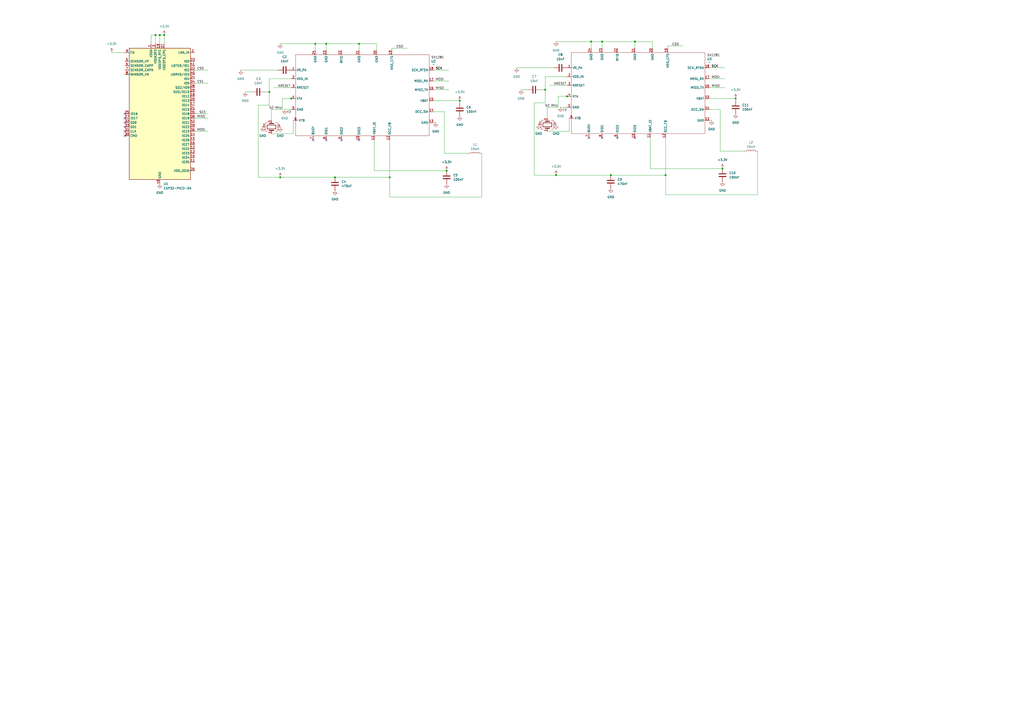
<source format=kicad_sch>
(kicad_sch
	(version 20250114)
	(generator "eeschema")
	(generator_version "9.0")
	(uuid "f6ed0fce-d8c7-40d0-a7aa-392828563e05")
	(paper "A2")
	(lib_symbols
		(symbol "Device:C"
			(pin_numbers
				(hide yes)
			)
			(pin_names
				(offset 0.254)
			)
			(exclude_from_sim no)
			(in_bom yes)
			(on_board yes)
			(property "Reference" "C"
				(at 0.635 2.54 0)
				(effects
					(font
						(size 1.27 1.27)
					)
					(justify left)
				)
			)
			(property "Value" "C"
				(at 0.635 -2.54 0)
				(effects
					(font
						(size 1.27 1.27)
					)
					(justify left)
				)
			)
			(property "Footprint" ""
				(at 0.9652 -3.81 0)
				(effects
					(font
						(size 1.27 1.27)
					)
					(hide yes)
				)
			)
			(property "Datasheet" "~"
				(at 0 0 0)
				(effects
					(font
						(size 1.27 1.27)
					)
					(hide yes)
				)
			)
			(property "Description" "Unpolarized capacitor"
				(at 0 0 0)
				(effects
					(font
						(size 1.27 1.27)
					)
					(hide yes)
				)
			)
			(property "ki_keywords" "cap capacitor"
				(at 0 0 0)
				(effects
					(font
						(size 1.27 1.27)
					)
					(hide yes)
				)
			)
			(property "ki_fp_filters" "C_*"
				(at 0 0 0)
				(effects
					(font
						(size 1.27 1.27)
					)
					(hide yes)
				)
			)
			(symbol "C_0_1"
				(polyline
					(pts
						(xy -2.032 0.762) (xy 2.032 0.762)
					)
					(stroke
						(width 0.508)
						(type default)
					)
					(fill
						(type none)
					)
				)
				(polyline
					(pts
						(xy -2.032 -0.762) (xy 2.032 -0.762)
					)
					(stroke
						(width 0.508)
						(type default)
					)
					(fill
						(type none)
					)
				)
			)
			(symbol "C_1_1"
				(pin passive line
					(at 0 3.81 270)
					(length 2.794)
					(name "~"
						(effects
							(font
								(size 1.27 1.27)
							)
						)
					)
					(number "1"
						(effects
							(font
								(size 1.27 1.27)
							)
						)
					)
				)
				(pin passive line
					(at 0 -3.81 90)
					(length 2.794)
					(name "~"
						(effects
							(font
								(size 1.27 1.27)
							)
						)
					)
					(number "2"
						(effects
							(font
								(size 1.27 1.27)
							)
						)
					)
				)
			)
			(embedded_fonts no)
		)
		(symbol "Device:Crystal_GND24"
			(pin_names
				(offset 1.016)
				(hide yes)
			)
			(exclude_from_sim no)
			(in_bom yes)
			(on_board yes)
			(property "Reference" "Y"
				(at 3.175 5.08 0)
				(effects
					(font
						(size 1.27 1.27)
					)
					(justify left)
				)
			)
			(property "Value" "Crystal_GND24"
				(at 3.175 3.175 0)
				(effects
					(font
						(size 1.27 1.27)
					)
					(justify left)
				)
			)
			(property "Footprint" ""
				(at 0 0 0)
				(effects
					(font
						(size 1.27 1.27)
					)
					(hide yes)
				)
			)
			(property "Datasheet" "~"
				(at 0 0 0)
				(effects
					(font
						(size 1.27 1.27)
					)
					(hide yes)
				)
			)
			(property "Description" "Four pin crystal, GND on pins 2 and 4"
				(at 0 0 0)
				(effects
					(font
						(size 1.27 1.27)
					)
					(hide yes)
				)
			)
			(property "ki_keywords" "quartz ceramic resonator oscillator"
				(at 0 0 0)
				(effects
					(font
						(size 1.27 1.27)
					)
					(hide yes)
				)
			)
			(property "ki_fp_filters" "Crystal*"
				(at 0 0 0)
				(effects
					(font
						(size 1.27 1.27)
					)
					(hide yes)
				)
			)
			(symbol "Crystal_GND24_0_1"
				(polyline
					(pts
						(xy -2.54 2.286) (xy -2.54 3.556) (xy 2.54 3.556) (xy 2.54 2.286)
					)
					(stroke
						(width 0)
						(type default)
					)
					(fill
						(type none)
					)
				)
				(polyline
					(pts
						(xy -2.54 0) (xy -2.032 0)
					)
					(stroke
						(width 0)
						(type default)
					)
					(fill
						(type none)
					)
				)
				(polyline
					(pts
						(xy -2.54 -2.286) (xy -2.54 -3.556) (xy 2.54 -3.556) (xy 2.54 -2.286)
					)
					(stroke
						(width 0)
						(type default)
					)
					(fill
						(type none)
					)
				)
				(polyline
					(pts
						(xy -2.032 -1.27) (xy -2.032 1.27)
					)
					(stroke
						(width 0.508)
						(type default)
					)
					(fill
						(type none)
					)
				)
				(rectangle
					(start -1.143 2.54)
					(end 1.143 -2.54)
					(stroke
						(width 0.3048)
						(type default)
					)
					(fill
						(type none)
					)
				)
				(polyline
					(pts
						(xy 0 3.556) (xy 0 3.81)
					)
					(stroke
						(width 0)
						(type default)
					)
					(fill
						(type none)
					)
				)
				(polyline
					(pts
						(xy 0 -3.81) (xy 0 -3.556)
					)
					(stroke
						(width 0)
						(type default)
					)
					(fill
						(type none)
					)
				)
				(polyline
					(pts
						(xy 2.032 0) (xy 2.54 0)
					)
					(stroke
						(width 0)
						(type default)
					)
					(fill
						(type none)
					)
				)
				(polyline
					(pts
						(xy 2.032 -1.27) (xy 2.032 1.27)
					)
					(stroke
						(width 0.508)
						(type default)
					)
					(fill
						(type none)
					)
				)
			)
			(symbol "Crystal_GND24_1_1"
				(pin passive line
					(at -3.81 0 0)
					(length 1.27)
					(name "1"
						(effects
							(font
								(size 1.27 1.27)
							)
						)
					)
					(number "1"
						(effects
							(font
								(size 1.27 1.27)
							)
						)
					)
				)
				(pin passive line
					(at 0 5.08 270)
					(length 1.27)
					(name "2"
						(effects
							(font
								(size 1.27 1.27)
							)
						)
					)
					(number "2"
						(effects
							(font
								(size 1.27 1.27)
							)
						)
					)
				)
				(pin passive line
					(at 0 -5.08 90)
					(length 1.27)
					(name "4"
						(effects
							(font
								(size 1.27 1.27)
							)
						)
					)
					(number "4"
						(effects
							(font
								(size 1.27 1.27)
							)
						)
					)
				)
				(pin passive line
					(at 3.81 0 180)
					(length 1.27)
					(name "3"
						(effects
							(font
								(size 1.27 1.27)
							)
						)
					)
					(number "3"
						(effects
							(font
								(size 1.27 1.27)
							)
						)
					)
				)
			)
			(embedded_fonts no)
		)
		(symbol "Device:L"
			(pin_numbers
				(hide yes)
			)
			(pin_names
				(offset 1.016)
				(hide yes)
			)
			(exclude_from_sim no)
			(in_bom yes)
			(on_board yes)
			(property "Reference" "L"
				(at -1.27 0 90)
				(effects
					(font
						(size 1.27 1.27)
					)
				)
			)
			(property "Value" "L"
				(at 1.905 0 90)
				(effects
					(font
						(size 1.27 1.27)
					)
				)
			)
			(property "Footprint" ""
				(at 0 0 0)
				(effects
					(font
						(size 1.27 1.27)
					)
					(hide yes)
				)
			)
			(property "Datasheet" "~"
				(at 0 0 0)
				(effects
					(font
						(size 1.27 1.27)
					)
					(hide yes)
				)
			)
			(property "Description" "Inductor"
				(at 0 0 0)
				(effects
					(font
						(size 1.27 1.27)
					)
					(hide yes)
				)
			)
			(property "ki_keywords" "inductor choke coil reactor magnetic"
				(at 0 0 0)
				(effects
					(font
						(size 1.27 1.27)
					)
					(hide yes)
				)
			)
			(property "ki_fp_filters" "Choke_* *Coil* Inductor_* L_*"
				(at 0 0 0)
				(effects
					(font
						(size 1.27 1.27)
					)
					(hide yes)
				)
			)
			(symbol "L_0_1"
				(arc
					(start 0 2.54)
					(mid 0.6323 1.905)
					(end 0 1.27)
					(stroke
						(width 0)
						(type default)
					)
					(fill
						(type none)
					)
				)
				(arc
					(start 0 1.27)
					(mid 0.6323 0.635)
					(end 0 0)
					(stroke
						(width 0)
						(type default)
					)
					(fill
						(type none)
					)
				)
				(arc
					(start 0 0)
					(mid 0.6323 -0.635)
					(end 0 -1.27)
					(stroke
						(width 0)
						(type default)
					)
					(fill
						(type none)
					)
				)
				(arc
					(start 0 -1.27)
					(mid 0.6323 -1.905)
					(end 0 -2.54)
					(stroke
						(width 0)
						(type default)
					)
					(fill
						(type none)
					)
				)
			)
			(symbol "L_1_1"
				(pin passive line
					(at 0 3.81 270)
					(length 1.27)
					(name "1"
						(effects
							(font
								(size 1.27 1.27)
							)
						)
					)
					(number "1"
						(effects
							(font
								(size 1.27 1.27)
							)
						)
					)
				)
				(pin passive line
					(at 0 -3.81 90)
					(length 1.27)
					(name "2"
						(effects
							(font
								(size 1.27 1.27)
							)
						)
					)
					(number "2"
						(effects
							(font
								(size 1.27 1.27)
							)
						)
					)
				)
			)
			(embedded_fonts no)
		)
		(symbol "MCU_Espressif:ESP32-PICO-D4"
			(exclude_from_sim no)
			(in_bom yes)
			(on_board yes)
			(property "Reference" "U"
				(at -17.78 39.37 0)
				(effects
					(font
						(size 1.27 1.27)
					)
					(justify left)
				)
			)
			(property "Value" "ESP32-PICO-D4"
				(at 3.81 39.37 0)
				(effects
					(font
						(size 1.27 1.27)
					)
					(justify left)
				)
			)
			(property "Footprint" "Package_DFN_QFN:QFN-48-1EP_7x7mm_P0.5mm_EP5.3x5.3mm"
				(at 31.75 -39.37 0)
				(effects
					(font
						(size 1.27 1.27)
					)
					(hide yes)
				)
			)
			(property "Datasheet" "https://www.espressif.com/sites/default/files/documentation/esp32-pico-d4_datasheet_en.pdf"
				(at 0 0 0)
				(effects
					(font
						(size 1.27 1.27)
					)
					(hide yes)
				)
			)
			(property "Description" "RF Module, ESP32 SoC, Wi-Fi 802.11b/g/n, Bluetooth, BLE, 32-bit, 2.7-3.6V, external antenna, QFN-48"
				(at 0 0 0)
				(effects
					(font
						(size 1.27 1.27)
					)
					(hide yes)
				)
			)
			(property "ki_keywords" "RF Radio BT ESP ESP32 Espressif external antenna"
				(at 0 0 0)
				(effects
					(font
						(size 1.27 1.27)
					)
					(hide yes)
				)
			)
			(property "ki_fp_filters" "QFN*1EP*7x7mm*P0.5mm*"
				(at 0 0 0)
				(effects
					(font
						(size 1.27 1.27)
					)
					(hide yes)
				)
			)
			(symbol "ESP32-PICO-D4_0_0"
				(pin input line
					(at -20.32 35.56 0)
					(length 2.54)
					(name "EN"
						(effects
							(font
								(size 1.27 1.27)
							)
						)
					)
					(number "9"
						(effects
							(font
								(size 1.27 1.27)
							)
						)
					)
				)
				(pin input line
					(at -20.32 30.48 0)
					(length 2.54)
					(name "SENSOR_VP"
						(effects
							(font
								(size 1.27 1.27)
							)
						)
					)
					(number "5"
						(effects
							(font
								(size 1.27 1.27)
							)
						)
					)
				)
				(pin input line
					(at -20.32 27.94 0)
					(length 2.54)
					(name "SENSOR_CAPP"
						(effects
							(font
								(size 1.27 1.27)
							)
						)
					)
					(number "6"
						(effects
							(font
								(size 1.27 1.27)
							)
						)
					)
				)
				(pin input line
					(at -20.32 25.4 0)
					(length 2.54)
					(name "SENSOR_CAPN"
						(effects
							(font
								(size 1.27 1.27)
							)
						)
					)
					(number "7"
						(effects
							(font
								(size 1.27 1.27)
							)
						)
					)
				)
				(pin input line
					(at -20.32 22.86 0)
					(length 2.54)
					(name "SENSOR_VN"
						(effects
							(font
								(size 1.27 1.27)
							)
						)
					)
					(number "8"
						(effects
							(font
								(size 1.27 1.27)
							)
						)
					)
				)
				(pin bidirectional line
					(at -20.32 0 0)
					(length 2.54)
					(name "IO16"
						(effects
							(font
								(size 1.27 1.27)
							)
						)
					)
					(number "25"
						(effects
							(font
								(size 1.27 1.27)
							)
						)
					)
				)
				(pin bidirectional line
					(at -20.32 -2.54 0)
					(length 2.54)
					(name "IO17"
						(effects
							(font
								(size 1.27 1.27)
							)
						)
					)
					(number "27"
						(effects
							(font
								(size 1.27 1.27)
							)
						)
					)
				)
				(pin bidirectional line
					(at -20.32 -5.08 0)
					(length 2.54)
					(name "SD0"
						(effects
							(font
								(size 1.27 1.27)
							)
						)
					)
					(number "32"
						(effects
							(font
								(size 1.27 1.27)
							)
						)
					)
				)
				(pin bidirectional line
					(at -20.32 -7.62 0)
					(length 2.54)
					(name "SD1"
						(effects
							(font
								(size 1.27 1.27)
							)
						)
					)
					(number "33"
						(effects
							(font
								(size 1.27 1.27)
							)
						)
					)
				)
				(pin bidirectional line
					(at -20.32 -10.16 0)
					(length 2.54)
					(name "CLK"
						(effects
							(font
								(size 1.27 1.27)
							)
						)
					)
					(number "31"
						(effects
							(font
								(size 1.27 1.27)
							)
						)
					)
				)
				(pin bidirectional line
					(at -20.32 -12.7 0)
					(length 2.54)
					(name "CMD"
						(effects
							(font
								(size 1.27 1.27)
							)
						)
					)
					(number "30"
						(effects
							(font
								(size 1.27 1.27)
							)
						)
					)
				)
				(pin no_connect line
					(at -17.78 -25.4 0)
					(length 2.54)
					(hide yes)
					(name "XTAL_N_NC"
						(effects
							(font
								(size 1.27 1.27)
							)
						)
					)
					(number "44"
						(effects
							(font
								(size 1.27 1.27)
							)
						)
					)
				)
				(pin no_connect line
					(at -17.78 -27.94 0)
					(length 2.54)
					(hide yes)
					(name "XTAL_P_NC"
						(effects
							(font
								(size 1.27 1.27)
							)
						)
					)
					(number "45"
						(effects
							(font
								(size 1.27 1.27)
							)
						)
					)
				)
				(pin no_connect line
					(at -17.78 -30.48 0)
					(length 2.54)
					(hide yes)
					(name "CAP2_NC"
						(effects
							(font
								(size 1.27 1.27)
							)
						)
					)
					(number "47"
						(effects
							(font
								(size 1.27 1.27)
							)
						)
					)
				)
				(pin no_connect line
					(at -17.78 -33.02 0)
					(length 2.54)
					(hide yes)
					(name "CAP1_NC"
						(effects
							(font
								(size 1.27 1.27)
							)
						)
					)
					(number "48"
						(effects
							(font
								(size 1.27 1.27)
							)
						)
					)
				)
				(pin power_in line
					(at -5.08 40.64 270)
					(length 2.54)
					(name "VDDA"
						(effects
							(font
								(size 1.27 1.27)
							)
						)
					)
					(number "1"
						(effects
							(font
								(size 1.27 1.27)
							)
						)
					)
				)
				(pin passive line
					(at -5.08 40.64 270)
					(length 2.54)
					(hide yes)
					(name "VDDA"
						(effects
							(font
								(size 1.27 1.27)
							)
						)
					)
					(number "43"
						(effects
							(font
								(size 1.27 1.27)
							)
						)
					)
				)
				(pin passive line
					(at -5.08 40.64 270)
					(length 2.54)
					(hide yes)
					(name "VDDA"
						(effects
							(font
								(size 1.27 1.27)
							)
						)
					)
					(number "46"
						(effects
							(font
								(size 1.27 1.27)
							)
						)
					)
				)
				(pin power_in line
					(at -2.54 40.64 270)
					(length 2.54)
					(name "VDDA3P3"
						(effects
							(font
								(size 1.27 1.27)
							)
						)
					)
					(number "3"
						(effects
							(font
								(size 1.27 1.27)
							)
						)
					)
				)
				(pin passive line
					(at -2.54 40.64 270)
					(length 2.54)
					(hide yes)
					(name "VDDA3P3"
						(effects
							(font
								(size 1.27 1.27)
							)
						)
					)
					(number "4"
						(effects
							(font
								(size 1.27 1.27)
							)
						)
					)
				)
				(pin power_in line
					(at 0 40.64 270)
					(length 2.54)
					(name "VDD3P3_RTC"
						(effects
							(font
								(size 1.27 1.27)
							)
						)
					)
					(number "19"
						(effects
							(font
								(size 1.27 1.27)
							)
						)
					)
				)
				(pin power_in line
					(at 0 -40.64 90)
					(length 2.54)
					(name "GND"
						(effects
							(font
								(size 1.27 1.27)
							)
						)
					)
					(number "49"
						(effects
							(font
								(size 1.27 1.27)
							)
						)
					)
				)
				(pin power_in line
					(at 2.54 40.64 270)
					(length 2.54)
					(name "VDD3P3_CPU"
						(effects
							(font
								(size 1.27 1.27)
							)
						)
					)
					(number "37"
						(effects
							(font
								(size 1.27 1.27)
							)
						)
					)
				)
				(pin bidirectional line
					(at 20.32 35.56 180)
					(length 2.54)
					(name "LNA_IN"
						(effects
							(font
								(size 1.27 1.27)
							)
						)
					)
					(number "2"
						(effects
							(font
								(size 1.27 1.27)
							)
						)
					)
				)
				(pin bidirectional line
					(at 20.32 30.48 180)
					(length 2.54)
					(name "IO0"
						(effects
							(font
								(size 1.27 1.27)
							)
						)
					)
					(number "23"
						(effects
							(font
								(size 1.27 1.27)
							)
						)
					)
				)
				(pin bidirectional line
					(at 20.32 27.94 180)
					(length 2.54)
					(name "U0TXD/IO1"
						(effects
							(font
								(size 1.27 1.27)
							)
						)
					)
					(number "41"
						(effects
							(font
								(size 1.27 1.27)
							)
						)
					)
				)
				(pin bidirectional line
					(at 20.32 25.4 180)
					(length 2.54)
					(name "IO2"
						(effects
							(font
								(size 1.27 1.27)
							)
						)
					)
					(number "22"
						(effects
							(font
								(size 1.27 1.27)
							)
						)
					)
				)
				(pin bidirectional line
					(at 20.32 22.86 180)
					(length 2.54)
					(name "U0RXD/IO3"
						(effects
							(font
								(size 1.27 1.27)
							)
						)
					)
					(number "40"
						(effects
							(font
								(size 1.27 1.27)
							)
						)
					)
				)
				(pin bidirectional line
					(at 20.32 20.32 180)
					(length 2.54)
					(name "IO4"
						(effects
							(font
								(size 1.27 1.27)
							)
						)
					)
					(number "24"
						(effects
							(font
								(size 1.27 1.27)
							)
						)
					)
				)
				(pin bidirectional line
					(at 20.32 17.78 180)
					(length 2.54)
					(name "IO5"
						(effects
							(font
								(size 1.27 1.27)
							)
						)
					)
					(number "34"
						(effects
							(font
								(size 1.27 1.27)
							)
						)
					)
				)
				(pin bidirectional line
					(at 20.32 15.24 180)
					(length 2.54)
					(name "SD2/IO9"
						(effects
							(font
								(size 1.27 1.27)
							)
						)
					)
					(number "28"
						(effects
							(font
								(size 1.27 1.27)
							)
						)
					)
				)
				(pin bidirectional line
					(at 20.32 12.7 180)
					(length 2.54)
					(name "SD3/IO10"
						(effects
							(font
								(size 1.27 1.27)
							)
						)
					)
					(number "29"
						(effects
							(font
								(size 1.27 1.27)
							)
						)
					)
				)
				(pin bidirectional line
					(at 20.32 10.16 180)
					(length 2.54)
					(name "IO12"
						(effects
							(font
								(size 1.27 1.27)
							)
						)
					)
					(number "18"
						(effects
							(font
								(size 1.27 1.27)
							)
						)
					)
				)
				(pin bidirectional line
					(at 20.32 7.62 180)
					(length 2.54)
					(name "IO13"
						(effects
							(font
								(size 1.27 1.27)
							)
						)
					)
					(number "20"
						(effects
							(font
								(size 1.27 1.27)
							)
						)
					)
				)
				(pin bidirectional line
					(at 20.32 5.08 180)
					(length 2.54)
					(name "IO14"
						(effects
							(font
								(size 1.27 1.27)
							)
						)
					)
					(number "17"
						(effects
							(font
								(size 1.27 1.27)
							)
						)
					)
				)
				(pin bidirectional line
					(at 20.32 2.54 180)
					(length 2.54)
					(name "IO15"
						(effects
							(font
								(size 1.27 1.27)
							)
						)
					)
					(number "21"
						(effects
							(font
								(size 1.27 1.27)
							)
						)
					)
				)
				(pin bidirectional line
					(at 20.32 0 180)
					(length 2.54)
					(name "IO18"
						(effects
							(font
								(size 1.27 1.27)
							)
						)
					)
					(number "35"
						(effects
							(font
								(size 1.27 1.27)
							)
						)
					)
				)
				(pin bidirectional line
					(at 20.32 -2.54 180)
					(length 2.54)
					(name "IO19"
						(effects
							(font
								(size 1.27 1.27)
							)
						)
					)
					(number "38"
						(effects
							(font
								(size 1.27 1.27)
							)
						)
					)
				)
				(pin bidirectional line
					(at 20.32 -5.08 180)
					(length 2.54)
					(name "IO21"
						(effects
							(font
								(size 1.27 1.27)
							)
						)
					)
					(number "42"
						(effects
							(font
								(size 1.27 1.27)
							)
						)
					)
				)
				(pin bidirectional line
					(at 20.32 -7.62 180)
					(length 2.54)
					(name "IO22"
						(effects
							(font
								(size 1.27 1.27)
							)
						)
					)
					(number "39"
						(effects
							(font
								(size 1.27 1.27)
							)
						)
					)
				)
				(pin bidirectional line
					(at 20.32 -10.16 180)
					(length 2.54)
					(name "IO23"
						(effects
							(font
								(size 1.27 1.27)
							)
						)
					)
					(number "36"
						(effects
							(font
								(size 1.27 1.27)
							)
						)
					)
				)
				(pin bidirectional line
					(at 20.32 -12.7 180)
					(length 2.54)
					(name "IO25"
						(effects
							(font
								(size 1.27 1.27)
							)
						)
					)
					(number "14"
						(effects
							(font
								(size 1.27 1.27)
							)
						)
					)
				)
				(pin bidirectional line
					(at 20.32 -15.24 180)
					(length 2.54)
					(name "IO26"
						(effects
							(font
								(size 1.27 1.27)
							)
						)
					)
					(number "15"
						(effects
							(font
								(size 1.27 1.27)
							)
						)
					)
				)
				(pin bidirectional line
					(at 20.32 -17.78 180)
					(length 2.54)
					(name "IO27"
						(effects
							(font
								(size 1.27 1.27)
							)
						)
					)
					(number "16"
						(effects
							(font
								(size 1.27 1.27)
							)
						)
					)
				)
				(pin bidirectional line
					(at 20.32 -20.32 180)
					(length 2.54)
					(name "IO32"
						(effects
							(font
								(size 1.27 1.27)
							)
						)
					)
					(number "12"
						(effects
							(font
								(size 1.27 1.27)
							)
						)
					)
				)
				(pin bidirectional line
					(at 20.32 -22.86 180)
					(length 2.54)
					(name "IO33"
						(effects
							(font
								(size 1.27 1.27)
							)
						)
					)
					(number "13"
						(effects
							(font
								(size 1.27 1.27)
							)
						)
					)
				)
				(pin input line
					(at 20.32 -25.4 180)
					(length 2.54)
					(name "IO34"
						(effects
							(font
								(size 1.27 1.27)
							)
						)
					)
					(number "10"
						(effects
							(font
								(size 1.27 1.27)
							)
						)
					)
				)
				(pin input line
					(at 20.32 -27.94 180)
					(length 2.54)
					(name "IO35"
						(effects
							(font
								(size 1.27 1.27)
							)
						)
					)
					(number "11"
						(effects
							(font
								(size 1.27 1.27)
							)
						)
					)
				)
				(pin power_out line
					(at 20.32 -33.02 180)
					(length 2.54)
					(name "VDD_SDIO"
						(effects
							(font
								(size 1.27 1.27)
							)
						)
					)
					(number "26"
						(effects
							(font
								(size 1.27 1.27)
							)
						)
					)
				)
			)
			(symbol "ESP32-PICO-D4_0_1"
				(rectangle
					(start -17.78 38.1)
					(end 17.78 -38.1)
					(stroke
						(width 0.254)
						(type default)
					)
					(fill
						(type background)
					)
				)
			)
			(embedded_fonts no)
		)
		(symbol "New_Library:SX1281"
			(exclude_from_sim no)
			(in_bom yes)
			(on_board yes)
			(property "Reference" "U"
				(at 0 0 0)
				(effects
					(font
						(size 1.27 1.27)
					)
				)
			)
			(property "Value" ""
				(at 0 0 0)
				(effects
					(font
						(size 1.27 1.27)
					)
				)
			)
			(property "Footprint" ""
				(at 0 0 0)
				(effects
					(font
						(size 1.27 1.27)
					)
					(hide yes)
				)
			)
			(property "Datasheet" ""
				(at 0 0 0)
				(effects
					(font
						(size 1.27 1.27)
					)
					(hide yes)
				)
			)
			(property "Description" ""
				(at 0 0 0)
				(effects
					(font
						(size 1.27 1.27)
					)
					(hide yes)
				)
			)
			(symbol "SX1281_0_1"
				(rectangle
					(start 11.43 -13.97)
					(end 11.43 -13.97)
					(stroke
						(width 0)
						(type default)
					)
					(fill
						(type none)
					)
				)
				(rectangle
					(start 11.43 -13.97)
					(end 88.9 -60.96)
					(stroke
						(width 0)
						(type default)
					)
					(fill
						(type none)
					)
				)
			)
			(symbol "SX1281_1_1"
				(pin input line
					(at 8.89 -22.86 0)
					(length 2.54)
					(name "VR_PA"
						(effects
							(font
								(size 1.27 1.27)
							)
						)
					)
					(number "1"
						(effects
							(font
								(size 1.27 1.27)
							)
						)
					)
				)
				(pin input line
					(at 8.89 -27.94 0)
					(length 2.54)
					(name "VDD_IN"
						(effects
							(font
								(size 1.27 1.27)
							)
						)
					)
					(number "2"
						(effects
							(font
								(size 1.27 1.27)
							)
						)
					)
				)
				(pin input line
					(at 8.89 -33.02 0)
					(length 2.54)
					(name "NRESET"
						(effects
							(font
								(size 1.27 1.27)
							)
						)
					)
					(number "3"
						(effects
							(font
								(size 1.27 1.27)
							)
						)
					)
				)
				(pin input line
					(at 8.89 -39.37 0)
					(length 2.54)
					(name "XTA"
						(effects
							(font
								(size 1.27 1.27)
							)
						)
					)
					(number "4"
						(effects
							(font
								(size 1.27 1.27)
							)
						)
					)
				)
				(pin input line
					(at 8.89 -45.72 0)
					(length 2.54)
					(name "GND"
						(effects
							(font
								(size 1.27 1.27)
							)
						)
					)
					(number "5"
						(effects
							(font
								(size 1.27 1.27)
							)
						)
					)
				)
				(pin input line
					(at 10.16 -52.07 0)
					(length 2.54)
					(name "XTB"
						(effects
							(font
								(size 1.27 1.27)
							)
						)
					)
					(number "6"
						(effects
							(font
								(size 1.27 1.27)
							)
						)
					)
				)
				(pin input line
					(at 21.59 -63.5 90)
					(length 2.54)
					(name "BUSY"
						(effects
							(font
								(size 1.27 1.27)
							)
						)
					)
					(number "7"
						(effects
							(font
								(size 1.27 1.27)
							)
						)
					)
				)
				(pin power_in line
					(at 22.86 -11.43 270)
					(length 2.54)
					(name "GND"
						(effects
							(font
								(size 1.27 1.27)
							)
						)
					)
					(number "24"
						(effects
							(font
								(size 1.27 1.27)
							)
						)
					)
				)
				(pin power_in line
					(at 29.21 -11.43 270)
					(length 2.54)
					(name "GND"
						(effects
							(font
								(size 1.27 1.27)
							)
						)
					)
					(number "23"
						(effects
							(font
								(size 1.27 1.27)
							)
						)
					)
				)
				(pin bidirectional line
					(at 29.21 -63.5 90)
					(length 2.54)
					(name "DIO1"
						(effects
							(font
								(size 1.27 1.27)
							)
						)
					)
					(number "8"
						(effects
							(font
								(size 1.27 1.27)
							)
						)
					)
				)
				(pin bidirectional line
					(at 38.1 -11.43 270)
					(length 2.54)
					(name "RFIO"
						(effects
							(font
								(size 1.27 1.27)
							)
						)
					)
					(number "22"
						(effects
							(font
								(size 1.27 1.27)
							)
						)
					)
				)
				(pin bidirectional line
					(at 38.1 -63.5 90)
					(length 2.54)
					(name "DIO2"
						(effects
							(font
								(size 1.27 1.27)
							)
						)
					)
					(number "9"
						(effects
							(font
								(size 1.27 1.27)
							)
						)
					)
				)
				(pin power_in line
					(at 48.26 -11.43 270)
					(length 2.54)
					(name "GND"
						(effects
							(font
								(size 1.27 1.27)
							)
						)
					)
					(number "21"
						(effects
							(font
								(size 1.27 1.27)
							)
						)
					)
				)
				(pin bidirectional line
					(at 48.26 -63.5 90)
					(length 2.54)
					(name "DIO3"
						(effects
							(font
								(size 1.27 1.27)
							)
						)
					)
					(number "10"
						(effects
							(font
								(size 1.27 1.27)
							)
						)
					)
				)
				(pin bidirectional line
					(at 57.15 -63.5 90)
					(length 2.54)
					(name "VBAT_IO"
						(effects
							(font
								(size 1.27 1.27)
							)
						)
					)
					(number "11"
						(effects
							(font
								(size 1.27 1.27)
							)
						)
					)
				)
				(pin power_in line
					(at 58.42 -11.43 270)
					(length 2.54)
					(name "GND"
						(effects
							(font
								(size 1.27 1.27)
							)
						)
					)
					(number "20"
						(effects
							(font
								(size 1.27 1.27)
							)
						)
					)
				)
				(pin bidirectional line
					(at 66.04 -63.5 90)
					(length 2.54)
					(name "DCC_FB"
						(effects
							(font
								(size 1.27 1.27)
							)
						)
					)
					(number "12"
						(effects
							(font
								(size 1.27 1.27)
							)
						)
					)
				)
				(pin input line
					(at 67.31 -11.43 270)
					(length 2.54)
					(name "NSS_CTS"
						(effects
							(font
								(size 1.27 1.27)
							)
						)
					)
					(number "19"
						(effects
							(font
								(size 1.27 1.27)
							)
						)
					)
				)
				(pin input line
					(at 91.44 -22.86 180)
					(length 2.54)
					(name "SCK_RTSN"
						(effects
							(font
								(size 1.27 1.27)
							)
						)
					)
					(number "18"
						(effects
							(font
								(size 1.27 1.27)
							)
						)
					)
				)
				(pin input line
					(at 91.44 -29.21 180)
					(length 2.54)
					(name "MOSI_RX"
						(effects
							(font
								(size 1.27 1.27)
							)
						)
					)
					(number "17"
						(effects
							(font
								(size 1.27 1.27)
							)
						)
					)
				)
				(pin output line
					(at 91.44 -34.29 180)
					(length 2.54)
					(name "MISO_TX"
						(effects
							(font
								(size 1.27 1.27)
							)
						)
					)
					(number "16"
						(effects
							(font
								(size 1.27 1.27)
							)
						)
					)
				)
				(pin power_in line
					(at 91.44 -40.64 180)
					(length 2.54)
					(name "VBAT"
						(effects
							(font
								(size 1.27 1.27)
							)
						)
					)
					(number "15"
						(effects
							(font
								(size 1.27 1.27)
							)
						)
					)
				)
				(pin bidirectional line
					(at 91.44 -46.99 180)
					(length 2.54)
					(name "DCC_SW"
						(effects
							(font
								(size 1.27 1.27)
							)
						)
					)
					(number "14"
						(effects
							(font
								(size 1.27 1.27)
							)
						)
					)
				)
				(pin input line
					(at 91.44 -53.34 180)
					(length 2.54)
					(name "GND"
						(effects
							(font
								(size 1.27 1.27)
							)
						)
					)
					(number "13"
						(effects
							(font
								(size 1.27 1.27)
							)
						)
					)
				)
			)
			(embedded_fonts no)
		)
		(symbol "power:+3.3V"
			(power)
			(pin_numbers
				(hide yes)
			)
			(pin_names
				(offset 0)
				(hide yes)
			)
			(exclude_from_sim no)
			(in_bom yes)
			(on_board yes)
			(property "Reference" "#PWR"
				(at 0 -3.81 0)
				(effects
					(font
						(size 1.27 1.27)
					)
					(hide yes)
				)
			)
			(property "Value" "+3.3V"
				(at 0 3.556 0)
				(effects
					(font
						(size 1.27 1.27)
					)
				)
			)
			(property "Footprint" ""
				(at 0 0 0)
				(effects
					(font
						(size 1.27 1.27)
					)
					(hide yes)
				)
			)
			(property "Datasheet" ""
				(at 0 0 0)
				(effects
					(font
						(size 1.27 1.27)
					)
					(hide yes)
				)
			)
			(property "Description" "Power symbol creates a global label with name \"+3.3V\""
				(at 0 0 0)
				(effects
					(font
						(size 1.27 1.27)
					)
					(hide yes)
				)
			)
			(property "ki_keywords" "global power"
				(at 0 0 0)
				(effects
					(font
						(size 1.27 1.27)
					)
					(hide yes)
				)
			)
			(symbol "+3.3V_0_1"
				(polyline
					(pts
						(xy -0.762 1.27) (xy 0 2.54)
					)
					(stroke
						(width 0)
						(type default)
					)
					(fill
						(type none)
					)
				)
				(polyline
					(pts
						(xy 0 2.54) (xy 0.762 1.27)
					)
					(stroke
						(width 0)
						(type default)
					)
					(fill
						(type none)
					)
				)
				(polyline
					(pts
						(xy 0 0) (xy 0 2.54)
					)
					(stroke
						(width 0)
						(type default)
					)
					(fill
						(type none)
					)
				)
			)
			(symbol "+3.3V_1_1"
				(pin power_in line
					(at 0 0 90)
					(length 0)
					(name "~"
						(effects
							(font
								(size 1.27 1.27)
							)
						)
					)
					(number "1"
						(effects
							(font
								(size 1.27 1.27)
							)
						)
					)
				)
			)
			(embedded_fonts no)
		)
		(symbol "power:GND"
			(power)
			(pin_numbers
				(hide yes)
			)
			(pin_names
				(offset 0)
				(hide yes)
			)
			(exclude_from_sim no)
			(in_bom yes)
			(on_board yes)
			(property "Reference" "#PWR"
				(at 0 -6.35 0)
				(effects
					(font
						(size 1.27 1.27)
					)
					(hide yes)
				)
			)
			(property "Value" "GND"
				(at 0 -3.81 0)
				(effects
					(font
						(size 1.27 1.27)
					)
				)
			)
			(property "Footprint" ""
				(at 0 0 0)
				(effects
					(font
						(size 1.27 1.27)
					)
					(hide yes)
				)
			)
			(property "Datasheet" ""
				(at 0 0 0)
				(effects
					(font
						(size 1.27 1.27)
					)
					(hide yes)
				)
			)
			(property "Description" "Power symbol creates a global label with name \"GND\" , ground"
				(at 0 0 0)
				(effects
					(font
						(size 1.27 1.27)
					)
					(hide yes)
				)
			)
			(property "ki_keywords" "global power"
				(at 0 0 0)
				(effects
					(font
						(size 1.27 1.27)
					)
					(hide yes)
				)
			)
			(symbol "GND_0_1"
				(polyline
					(pts
						(xy 0 0) (xy 0 -1.27) (xy 1.27 -1.27) (xy 0 -2.54) (xy -1.27 -1.27) (xy 0 -1.27)
					)
					(stroke
						(width 0)
						(type default)
					)
					(fill
						(type none)
					)
				)
			)
			(symbol "GND_1_1"
				(pin power_in line
					(at 0 0 270)
					(length 0)
					(name "~"
						(effects
							(font
								(size 1.27 1.27)
							)
						)
					)
					(number "1"
						(effects
							(font
								(size 1.27 1.27)
							)
						)
					)
				)
			)
			(embedded_fonts no)
		)
	)
	(junction
		(at 349.25 24.13)
		(diameter 0)
		(color 0 0 0 0)
		(uuid "0aa814a9-25fd-45cb-a1ad-9a7b4a33620d")
	)
	(junction
		(at 316.23 52.07)
		(diameter 0)
		(color 0 0 0 0)
		(uuid "0b10725b-0c51-4cfc-9f97-d59cac6cb2b6")
	)
	(junction
		(at 419.1 97.79)
		(diameter 0)
		(color 0 0 0 0)
		(uuid "1dda5619-ce7c-4524-93f0-d475a9e3e402")
	)
	(junction
		(at 95.25 20.32)
		(diameter 0)
		(color 0 0 0 0)
		(uuid "544d999b-c8d0-4249-8793-a8ecd7bb3d25")
	)
	(junction
		(at 168.91 57.15)
		(diameter 0)
		(color 0 0 0 0)
		(uuid "587f6b22-8d63-464b-a2e6-962188904be4")
	)
	(junction
		(at 259.08 99.06)
		(diameter 0)
		(color 0 0 0 0)
		(uuid "5af23629-eaca-4957-9b0b-223d2f6832cf")
	)
	(junction
		(at 386.08 101.6)
		(diameter 0)
		(color 0 0 0 0)
		(uuid "63377df1-79ea-4ed9-9970-c2e6cc1a122b")
	)
	(junction
		(at 189.23 25.4)
		(diameter 0)
		(color 0 0 0 0)
		(uuid "74277541-c92e-4b67-932a-7c6f8389f489")
	)
	(junction
		(at 322.58 101.6)
		(diameter 0)
		(color 0 0 0 0)
		(uuid "7bc0ecaa-34ea-4dbf-a4f9-a5e0ef9cf087")
	)
	(junction
		(at 182.88 25.4)
		(diameter 0)
		(color 0 0 0 0)
		(uuid "86921045-8c30-47e8-98c2-9cf93494c759")
	)
	(junction
		(at 328.93 55.88)
		(diameter 0)
		(color 0 0 0 0)
		(uuid "a202ae3d-8b97-4356-84c5-37417513b418")
	)
	(junction
		(at 194.31 102.87)
		(diameter 0)
		(color 0 0 0 0)
		(uuid "a707614f-a71d-422e-9eb4-6a9079129c46")
	)
	(junction
		(at 226.06 102.87)
		(diameter 0)
		(color 0 0 0 0)
		(uuid "b4c052fc-18df-4de6-8e04-2e8ba458752a")
	)
	(junction
		(at 208.28 25.4)
		(diameter 0)
		(color 0 0 0 0)
		(uuid "b53c7c30-ae24-44aa-a527-e711693d603e")
	)
	(junction
		(at 162.56 102.87)
		(diameter 0)
		(color 0 0 0 0)
		(uuid "b6c13050-d582-4872-ad5c-e6831a9f3876")
	)
	(junction
		(at 354.33 101.6)
		(diameter 0)
		(color 0 0 0 0)
		(uuid "c0706cc6-b87e-4d4c-91e6-671e74efc5df")
	)
	(junction
		(at 90.17 20.32)
		(diameter 0)
		(color 0 0 0 0)
		(uuid "c9127476-62a0-456a-893f-4786d0d51d67")
	)
	(junction
		(at 342.9 24.13)
		(diameter 0)
		(color 0 0 0 0)
		(uuid "ca8d87f5-dee5-4de5-90d2-252eefa33794")
	)
	(junction
		(at 368.3 24.13)
		(diameter 0)
		(color 0 0 0 0)
		(uuid "cefbac10-ccea-40f2-ada2-b743a2e54425")
	)
	(junction
		(at 156.21 53.34)
		(diameter 0)
		(color 0 0 0 0)
		(uuid "d6e4efa2-cea8-41a6-b1c8-949647e8dd1f")
	)
	(junction
		(at 266.7 58.42)
		(diameter 0)
		(color 0 0 0 0)
		(uuid "d8bc8df1-1fe4-42b1-a8e9-bf171fcd2269")
	)
	(junction
		(at 426.72 57.15)
		(diameter 0)
		(color 0 0 0 0)
		(uuid "edbde026-4176-4a15-be20-9d27667f2370")
	)
	(junction
		(at 92.71 20.32)
		(diameter 0)
		(color 0 0 0 0)
		(uuid "f8cf17bb-5ad5-48d1-ae7f-dbb58ede3234")
	)
	(no_connect
		(at 181.61 81.28)
		(uuid "0ccc1e63-9e01-42b9-859d-efbd72d7b1e0")
	)
	(no_connect
		(at 72.39 78.74)
		(uuid "1716e5d5-e2fb-4353-9ba4-d03830540092")
	)
	(no_connect
		(at 208.28 81.28)
		(uuid "252107d2-0d28-40f8-93b6-668fc8f364a3")
	)
	(no_connect
		(at 72.39 76.2)
		(uuid "43d2d561-e9e4-4656-9132-94f2b39ebd55")
	)
	(no_connect
		(at 198.12 81.28)
		(uuid "6f907449-56ed-4017-863d-81ad5cf3f6b7")
	)
	(no_connect
		(at 341.63 80.01)
		(uuid "71378aa8-47bc-403c-8c2a-99f478a7db9d")
	)
	(no_connect
		(at 349.25 80.01)
		(uuid "8488628f-d07e-4feb-8017-5439f43a8c67")
	)
	(no_connect
		(at 72.39 66.04)
		(uuid "879903e2-8de4-41ea-8b2f-2029c938d8e7")
	)
	(no_connect
		(at 72.39 73.66)
		(uuid "93b2fab8-4d5e-4d20-b688-3691074262cf")
	)
	(no_connect
		(at 358.14 80.01)
		(uuid "bbbbe912-52d0-4d5e-95bf-e16226095ebc")
	)
	(no_connect
		(at 72.39 68.58)
		(uuid "be6cb1e2-11ff-41f1-8196-0bcb8766cfae")
	)
	(no_connect
		(at 72.39 71.12)
		(uuid "f42b467a-66be-4931-84f8-68efa9982fcd")
	)
	(no_connect
		(at 368.3 80.01)
		(uuid "f98876c7-2413-47d2-9da3-7f3c75021c62")
	)
	(no_connect
		(at 189.23 81.28)
		(uuid "fb15d2e1-a588-44c3-a1f0-0063b0d64430")
	)
	(wire
		(pts
			(xy 411.48 69.85) (xy 412.75 69.85)
		)
		(stroke
			(width 0)
			(type default)
		)
		(uuid "0040d3af-1b62-48ce-aa5a-7c1a6a090283")
	)
	(wire
		(pts
			(xy 189.23 25.4) (xy 182.88 25.4)
		)
		(stroke
			(width 0)
			(type default)
		)
		(uuid "012bc509-4b55-428b-9a31-3369fc2d90a2")
	)
	(wire
		(pts
			(xy 113.03 48.26) (xy 120.65 48.26)
		)
		(stroke
			(width 0)
			(type default)
		)
		(uuid "02ef81db-3ad8-467e-881c-3f4ef856b195")
	)
	(wire
		(pts
			(xy 64.77 30.48) (xy 72.39 30.48)
		)
		(stroke
			(width 0)
			(type default)
		)
		(uuid "03c0def8-14cf-4a0c-84f8-4500843e7368")
	)
	(wire
		(pts
			(xy 323.85 55.88) (xy 323.85 62.23)
		)
		(stroke
			(width 0)
			(type default)
		)
		(uuid "0487a2b2-ac80-4e9c-86f4-b486df9e394f")
	)
	(wire
		(pts
			(xy 417.83 63.5) (xy 417.83 87.63)
		)
		(stroke
			(width 0)
			(type default)
		)
		(uuid "04983ac8-bb07-40ec-a12a-2db68a29939a")
	)
	(wire
		(pts
			(xy 342.9 24.13) (xy 342.9 27.94)
		)
		(stroke
			(width 0)
			(type default)
		)
		(uuid "0834db93-7cdf-42a5-9ba7-47ea156700b7")
	)
	(wire
		(pts
			(xy 279.4 88.9) (xy 279.4 114.3)
		)
		(stroke
			(width 0)
			(type default)
		)
		(uuid "0c1da387-6b29-45fe-8d23-52ba867a99b7")
	)
	(wire
		(pts
			(xy 309.88 101.6) (xy 322.58 101.6)
		)
		(stroke
			(width 0)
			(type default)
		)
		(uuid "11b0e197-b8e0-416d-a078-e3e4fd225300")
	)
	(wire
		(pts
			(xy 316.23 59.69) (xy 309.88 59.69)
		)
		(stroke
			(width 0)
			(type default)
		)
		(uuid "147efb5d-6c39-4fe2-b082-f6e467e4db58")
	)
	(wire
		(pts
			(xy 139.7 40.64) (xy 161.29 40.64)
		)
		(stroke
			(width 0)
			(type default)
		)
		(uuid "18616f5a-8e79-4560-b56b-5c41c9316e60")
	)
	(wire
		(pts
			(xy 386.08 113.03) (xy 439.42 113.03)
		)
		(stroke
			(width 0)
			(type default)
		)
		(uuid "18fb85db-a44c-4f9d-9f97-70c9e094e3db")
	)
	(wire
		(pts
			(xy 354.33 101.6) (xy 386.08 101.6)
		)
		(stroke
			(width 0)
			(type default)
		)
		(uuid "1d65c527-bef7-4a58-9392-5b70c0260888")
	)
	(wire
		(pts
			(xy 377.19 80.01) (xy 377.19 97.79)
		)
		(stroke
			(width 0)
			(type default)
		)
		(uuid "223fbd03-e595-4f2a-8310-a797db83e02d")
	)
	(wire
		(pts
			(xy 309.88 59.69) (xy 309.88 101.6)
		)
		(stroke
			(width 0)
			(type default)
		)
		(uuid "273af0bf-b9f5-45e3-a19a-a851e00f6b73")
	)
	(wire
		(pts
			(xy 189.23 25.4) (xy 189.23 29.21)
		)
		(stroke
			(width 0)
			(type default)
		)
		(uuid "27969bca-0e6a-4edc-b956-d62bdc9bd8a3")
	)
	(wire
		(pts
			(xy 153.67 53.34) (xy 156.21 53.34)
		)
		(stroke
			(width 0)
			(type default)
		)
		(uuid "2818b8bf-3bcb-40d2-bec0-e4d6585d87e8")
	)
	(wire
		(pts
			(xy 72.39 43.18) (xy 80.01 43.18)
		)
		(stroke
			(width 0)
			(type default)
		)
		(uuid "281c9701-faa6-496a-8486-88ba9fbea1ce")
	)
	(wire
		(pts
			(xy 387.35 27.94) (xy 387.35 26.67)
		)
		(stroke
			(width 0)
			(type default)
		)
		(uuid "28731f94-b2d7-496d-a58d-7ef6edbf8bbd")
	)
	(wire
		(pts
			(xy 217.17 99.06) (xy 259.08 99.06)
		)
		(stroke
			(width 0)
			(type default)
		)
		(uuid "2c68cfe9-c778-416a-a483-abbd4d574881")
	)
	(wire
		(pts
			(xy 87.63 20.32) (xy 90.17 20.32)
		)
		(stroke
			(width 0)
			(type default)
		)
		(uuid "30fbc6db-d042-4b71-90a8-e53c30a0e2b2")
	)
	(wire
		(pts
			(xy 411.48 45.72) (xy 420.37 45.72)
		)
		(stroke
			(width 0)
			(type default)
		)
		(uuid "34e15d98-3295-432c-a724-380c46213a2b")
	)
	(wire
		(pts
			(xy 377.19 97.79) (xy 419.1 97.79)
		)
		(stroke
			(width 0)
			(type default)
		)
		(uuid "3a538237-b3c8-4453-80f6-92ad02d44bd5")
	)
	(wire
		(pts
			(xy 302.26 52.07) (xy 306.07 52.07)
		)
		(stroke
			(width 0)
			(type default)
		)
		(uuid "3f837c61-62b6-4d87-aac8-52de1aa974d7")
	)
	(wire
		(pts
			(xy 322.58 101.6) (xy 354.33 101.6)
		)
		(stroke
			(width 0)
			(type default)
		)
		(uuid "40449de7-b72d-4484-a866-f2df47171939")
	)
	(wire
		(pts
			(xy 168.91 57.15) (xy 170.18 57.15)
		)
		(stroke
			(width 0)
			(type default)
		)
		(uuid "40a7f5e4-8c33-4d42-aa8a-e23aa505c63b")
	)
	(wire
		(pts
			(xy 156.21 45.72) (xy 156.21 53.34)
		)
		(stroke
			(width 0)
			(type default)
		)
		(uuid "421d7ac3-1081-4285-85e8-67058246939b")
	)
	(wire
		(pts
			(xy 313.69 52.07) (xy 316.23 52.07)
		)
		(stroke
			(width 0)
			(type default)
		)
		(uuid "452eebae-64cc-4d41-a41d-e8ca177524c2")
	)
	(wire
		(pts
			(xy 218.44 25.4) (xy 218.44 29.21)
		)
		(stroke
			(width 0)
			(type default)
		)
		(uuid "491066c1-ef82-4ca2-b16b-92cb9b59c679")
	)
	(wire
		(pts
			(xy 226.06 102.87) (xy 226.06 114.3)
		)
		(stroke
			(width 0)
			(type default)
		)
		(uuid "4d623c6f-54ec-428c-a34b-822a0ff7141d")
	)
	(wire
		(pts
			(xy 330.2 76.2) (xy 317.5 76.2)
		)
		(stroke
			(width 0)
			(type default)
		)
		(uuid "4d7dd6ea-a6e9-43ed-aba9-43e2f87483cc")
	)
	(wire
		(pts
			(xy 163.83 57.15) (xy 163.83 63.5)
		)
		(stroke
			(width 0)
			(type default)
		)
		(uuid "4debd64d-116a-46c5-a960-6728dc2d9534")
	)
	(wire
		(pts
			(xy 113.03 76.2) (xy 120.65 76.2)
		)
		(stroke
			(width 0)
			(type default)
		)
		(uuid "4e1bd73b-8106-41c4-ab5c-19199d6ca5c8")
	)
	(wire
		(pts
			(xy 349.25 24.13) (xy 368.3 24.13)
		)
		(stroke
			(width 0)
			(type default)
		)
		(uuid "4ecc131d-91f3-431c-bf1f-8bf4d470ad27")
	)
	(wire
		(pts
			(xy 113.03 68.58) (xy 120.65 68.58)
		)
		(stroke
			(width 0)
			(type default)
		)
		(uuid "4f7a1cec-d6ea-4344-b7a9-6e2d84383d92")
	)
	(wire
		(pts
			(xy 163.83 57.15) (xy 168.91 57.15)
		)
		(stroke
			(width 0)
			(type default)
		)
		(uuid "54eeec6e-4a43-4457-9d1e-7ae43e75db18")
	)
	(wire
		(pts
			(xy 149.86 60.96) (xy 149.86 102.87)
		)
		(stroke
			(width 0)
			(type default)
		)
		(uuid "56a645f3-00e2-4a12-85b2-d29d923d80a1")
	)
	(wire
		(pts
			(xy 227.33 27.94) (xy 236.22 27.94)
		)
		(stroke
			(width 0)
			(type default)
		)
		(uuid "56d2bb99-0b79-4b4d-821a-3a5b1db33a66")
	)
	(wire
		(pts
			(xy 251.46 71.12) (xy 252.73 71.12)
		)
		(stroke
			(width 0)
			(type default)
		)
		(uuid "58f9dff5-224e-4cff-8dad-6a6ddd9fa83e")
	)
	(wire
		(pts
			(xy 411.48 39.37) (xy 420.37 39.37)
		)
		(stroke
			(width 0)
			(type default)
		)
		(uuid "597560f2-b0f3-44dd-b480-86b873cf339a")
	)
	(wire
		(pts
			(xy 251.46 46.99) (xy 260.35 46.99)
		)
		(stroke
			(width 0)
			(type default)
		)
		(uuid "5a2c04f0-28e7-4595-a08e-d6cc45d39621")
	)
	(wire
		(pts
			(xy 387.35 26.67) (xy 396.24 26.67)
		)
		(stroke
			(width 0)
			(type default)
		)
		(uuid "5c7790dc-6076-48c1-8629-349b1ad479e2")
	)
	(wire
		(pts
			(xy 189.23 25.4) (xy 208.28 25.4)
		)
		(stroke
			(width 0)
			(type default)
		)
		(uuid "5cb6c01b-4912-4cb6-9db6-875978e1556c")
	)
	(wire
		(pts
			(xy 156.21 53.34) (xy 156.21 60.96)
		)
		(stroke
			(width 0)
			(type default)
		)
		(uuid "5d9a30f2-6fde-407f-9b84-aef304d86313")
	)
	(wire
		(pts
			(xy 226.06 81.28) (xy 226.06 102.87)
		)
		(stroke
			(width 0)
			(type default)
		)
		(uuid "673c4dd0-f6b7-4672-a129-9639358d1d71")
	)
	(wire
		(pts
			(xy 208.28 25.4) (xy 208.28 29.21)
		)
		(stroke
			(width 0)
			(type default)
		)
		(uuid "6b4bbbd1-d77c-4db4-9fb4-a7b87cad51d6")
	)
	(wire
		(pts
			(xy 318.77 49.53) (xy 328.93 49.53)
		)
		(stroke
			(width 0)
			(type default)
		)
		(uuid "723b4d7e-04bf-4c6d-b717-126272c7082b")
	)
	(wire
		(pts
			(xy 92.71 20.32) (xy 95.25 20.32)
		)
		(stroke
			(width 0)
			(type default)
		)
		(uuid "73630c31-7ac9-468a-81e8-0aedad5184a8")
	)
	(wire
		(pts
			(xy 156.21 60.96) (xy 149.86 60.96)
		)
		(stroke
			(width 0)
			(type default)
		)
		(uuid "745bdeb1-7d88-496c-89a7-5b658c6a5ce4")
	)
	(wire
		(pts
			(xy 182.88 25.4) (xy 182.88 29.21)
		)
		(stroke
			(width 0)
			(type default)
		)
		(uuid "756f5785-fe50-4b84-951c-577ac729beb7")
	)
	(wire
		(pts
			(xy 411.48 57.15) (xy 426.72 57.15)
		)
		(stroke
			(width 0)
			(type default)
		)
		(uuid "76b346a3-99c1-443a-b732-44a6b7853960")
	)
	(wire
		(pts
			(xy 95.25 20.32) (xy 95.25 25.4)
		)
		(stroke
			(width 0)
			(type default)
		)
		(uuid "77199517-150b-4e22-827b-36b22e6f995f")
	)
	(wire
		(pts
			(xy 349.25 24.13) (xy 342.9 24.13)
		)
		(stroke
			(width 0)
			(type default)
		)
		(uuid "7cec2be5-0d18-4d1d-bce8-cfce4243a73c")
	)
	(wire
		(pts
			(xy 113.03 66.04) (xy 120.65 66.04)
		)
		(stroke
			(width 0)
			(type default)
		)
		(uuid "82ec2a23-945e-427f-a514-10b67d83b52e")
	)
	(wire
		(pts
			(xy 328.93 44.45) (xy 316.23 44.45)
		)
		(stroke
			(width 0)
			(type default)
		)
		(uuid "87e74317-9052-442a-8674-2c00b1aff296")
	)
	(wire
		(pts
			(xy 386.08 80.01) (xy 386.08 101.6)
		)
		(stroke
			(width 0)
			(type default)
		)
		(uuid "88b64106-b9c7-4839-bb09-c1db8887f146")
	)
	(wire
		(pts
			(xy 386.08 101.6) (xy 386.08 113.03)
		)
		(stroke
			(width 0)
			(type default)
		)
		(uuid "88c3c54e-8b00-46ec-94ed-9afeddcb7200")
	)
	(wire
		(pts
			(xy 257.81 88.9) (xy 271.78 88.9)
		)
		(stroke
			(width 0)
			(type default)
		)
		(uuid "8973587a-8bc6-4704-beb7-11cb950002bc")
	)
	(wire
		(pts
			(xy 92.71 20.32) (xy 92.71 25.4)
		)
		(stroke
			(width 0)
			(type default)
		)
		(uuid "8a9688d6-6972-48a5-b1d1-004cfaa2edff")
	)
	(wire
		(pts
			(xy 165.1 63.5) (xy 168.91 63.5)
		)
		(stroke
			(width 0)
			(type default)
		)
		(uuid "914b14e0-5bab-4e23-9bd7-a38cd6b0dd24")
	)
	(wire
		(pts
			(xy 378.46 24.13) (xy 368.3 24.13)
		)
		(stroke
			(width 0)
			(type default)
		)
		(uuid "92323820-60bf-4959-9d53-2a64d872bb5b")
	)
	(wire
		(pts
			(xy 316.23 52.07) (xy 316.23 59.69)
		)
		(stroke
			(width 0)
			(type default)
		)
		(uuid "94732c0d-f8ac-40c0-ac4f-eaa0380e4e85")
	)
	(wire
		(pts
			(xy 168.91 45.72) (xy 156.21 45.72)
		)
		(stroke
			(width 0)
			(type default)
		)
		(uuid "9a891950-7de9-4131-b666-1d16b9dcab06")
	)
	(wire
		(pts
			(xy 170.18 77.47) (xy 157.48 77.47)
		)
		(stroke
			(width 0)
			(type default)
		)
		(uuid "9ec06420-b126-42ad-8a8b-82fef8491e02")
	)
	(wire
		(pts
			(xy 257.81 64.77) (xy 257.81 88.9)
		)
		(stroke
			(width 0)
			(type default)
		)
		(uuid "a4d0b0e0-84fd-4f43-b734-8a60af8b8940")
	)
	(wire
		(pts
			(xy 317.5 62.23) (xy 317.5 68.58)
		)
		(stroke
			(width 0)
			(type default)
		)
		(uuid "a6bf9cfc-4e09-4c05-bdba-4dc82718fc59")
	)
	(wire
		(pts
			(xy 90.17 20.32) (xy 92.71 20.32)
		)
		(stroke
			(width 0)
			(type default)
		)
		(uuid "a850aaa3-2b3c-42c8-881d-c2b68ca3d167")
	)
	(wire
		(pts
			(xy 90.17 20.32) (xy 90.17 25.4)
		)
		(stroke
			(width 0)
			(type default)
		)
		(uuid "adb3628f-9d62-46b3-8d97-5fe62dd87744")
	)
	(wire
		(pts
			(xy 218.44 25.4) (xy 208.28 25.4)
		)
		(stroke
			(width 0)
			(type default)
		)
		(uuid "b0410358-ef31-4f62-802a-13759f7f1f9d")
	)
	(wire
		(pts
			(xy 411.48 50.8) (xy 420.37 50.8)
		)
		(stroke
			(width 0)
			(type default)
		)
		(uuid "b5c1433c-0337-477a-a4af-4b6ebd5b19c1")
	)
	(wire
		(pts
			(xy 328.93 55.88) (xy 330.2 55.88)
		)
		(stroke
			(width 0)
			(type default)
		)
		(uuid "b67d9883-9d24-488f-aa06-721176e193ae")
	)
	(wire
		(pts
			(xy 227.33 29.21) (xy 227.33 27.94)
		)
		(stroke
			(width 0)
			(type default)
		)
		(uuid "bc382d79-2e47-4da3-be06-35ec2b2ab6fc")
	)
	(wire
		(pts
			(xy 299.72 39.37) (xy 321.31 39.37)
		)
		(stroke
			(width 0)
			(type default)
		)
		(uuid "bdc68dc0-2b44-40f8-9da1-dcc34f2d0f7a")
	)
	(wire
		(pts
			(xy 411.48 63.5) (xy 417.83 63.5)
		)
		(stroke
			(width 0)
			(type default)
		)
		(uuid "bea4fed6-9c9e-4958-bdab-16cce3588b7a")
	)
	(wire
		(pts
			(xy 349.25 24.13) (xy 349.25 27.94)
		)
		(stroke
			(width 0)
			(type default)
		)
		(uuid "bec58885-4deb-4df8-b853-24b62226735a")
	)
	(wire
		(pts
			(xy 182.88 25.4) (xy 162.56 25.4)
		)
		(stroke
			(width 0)
			(type default)
		)
		(uuid "bed536d0-ebd4-43f8-9efe-e7cc4b47ee92")
	)
	(wire
		(pts
			(xy 368.3 24.13) (xy 368.3 27.94)
		)
		(stroke
			(width 0)
			(type default)
		)
		(uuid "c00c3196-6fb2-4512-8b7f-4fcac30aa7fe")
	)
	(wire
		(pts
			(xy 439.42 87.63) (xy 439.42 113.03)
		)
		(stroke
			(width 0)
			(type default)
		)
		(uuid "c0c4d2ef-929a-4481-bdb8-ef09a94a4273")
	)
	(wire
		(pts
			(xy 157.48 63.5) (xy 157.48 69.85)
		)
		(stroke
			(width 0)
			(type default)
		)
		(uuid "c0dffdc8-6e7a-4e43-a70b-570ef97c3fcb")
	)
	(wire
		(pts
			(xy 217.17 81.28) (xy 217.17 99.06)
		)
		(stroke
			(width 0)
			(type default)
		)
		(uuid "c48a7922-f2e1-4ef8-a3c2-6d2faaa45ae4")
	)
	(wire
		(pts
			(xy 378.46 24.13) (xy 378.46 27.94)
		)
		(stroke
			(width 0)
			(type default)
		)
		(uuid "c95f1ce2-f386-4e92-80f9-f6e2afafba03")
	)
	(wire
		(pts
			(xy 330.2 68.58) (xy 330.2 76.2)
		)
		(stroke
			(width 0)
			(type default)
		)
		(uuid "ca14b3a4-0979-483f-8fba-2a5e516cb12a")
	)
	(wire
		(pts
			(xy 142.24 53.34) (xy 146.05 53.34)
		)
		(stroke
			(width 0)
			(type default)
		)
		(uuid "ce7fdf2e-5bf5-4235-8328-feb2c9807057")
	)
	(wire
		(pts
			(xy 426.72 58.42) (xy 426.72 57.15)
		)
		(stroke
			(width 0)
			(type default)
		)
		(uuid "d218805e-94c2-48c6-a9c0-6d239b61ca59")
	)
	(wire
		(pts
			(xy 251.46 58.42) (xy 266.7 58.42)
		)
		(stroke
			(width 0)
			(type default)
		)
		(uuid "d4239b17-689d-490e-9869-eeab369fb06d")
	)
	(wire
		(pts
			(xy 163.83 63.5) (xy 157.48 63.5)
		)
		(stroke
			(width 0)
			(type default)
		)
		(uuid "d4fa878d-460f-4f81-a5f3-df3f52a1745e")
	)
	(wire
		(pts
			(xy 316.23 44.45) (xy 316.23 52.07)
		)
		(stroke
			(width 0)
			(type default)
		)
		(uuid "dd58f4d7-9d31-4b57-b337-b347fdd2322e")
	)
	(wire
		(pts
			(xy 170.18 69.85) (xy 170.18 77.47)
		)
		(stroke
			(width 0)
			(type default)
		)
		(uuid "ddc18f29-1061-4903-89d0-39cafdf4ac15")
	)
	(wire
		(pts
			(xy 149.86 102.87) (xy 162.56 102.87)
		)
		(stroke
			(width 0)
			(type default)
		)
		(uuid "de6bd557-cb59-4637-845a-58126cca3a20")
	)
	(wire
		(pts
			(xy 251.46 64.77) (xy 257.81 64.77)
		)
		(stroke
			(width 0)
			(type default)
		)
		(uuid "debf3936-e39f-4ac2-bd7e-459da36628d9")
	)
	(wire
		(pts
			(xy 325.12 62.23) (xy 328.93 62.23)
		)
		(stroke
			(width 0)
			(type default)
		)
		(uuid "e74678b3-7120-4ff1-b316-080b0ac1eb59")
	)
	(wire
		(pts
			(xy 342.9 24.13) (xy 322.58 24.13)
		)
		(stroke
			(width 0)
			(type default)
		)
		(uuid "e8e9f5e8-45c4-4ca4-8da7-796b545eca90")
	)
	(wire
		(pts
			(xy 323.85 55.88) (xy 328.93 55.88)
		)
		(stroke
			(width 0)
			(type default)
		)
		(uuid "ea7b56fb-6ae6-44d3-ba79-27440c0be559")
	)
	(wire
		(pts
			(xy 113.03 40.64) (xy 120.65 40.64)
		)
		(stroke
			(width 0)
			(type default)
		)
		(uuid "f034b6e2-f344-4acf-8dd4-178d5bd51438")
	)
	(wire
		(pts
			(xy 226.06 114.3) (xy 279.4 114.3)
		)
		(stroke
			(width 0)
			(type default)
		)
		(uuid "f21a263c-f2bf-491b-bc62-6f93560ebcf7")
	)
	(wire
		(pts
			(xy 158.75 50.8) (xy 168.91 50.8)
		)
		(stroke
			(width 0)
			(type default)
		)
		(uuid "f24ecb5d-8759-4603-8ab8-88d38323f35d")
	)
	(wire
		(pts
			(xy 266.7 59.69) (xy 266.7 58.42)
		)
		(stroke
			(width 0)
			(type default)
		)
		(uuid "f4141d45-89db-471c-9e25-a83c067d5ecf")
	)
	(wire
		(pts
			(xy 251.46 40.64) (xy 260.35 40.64)
		)
		(stroke
			(width 0)
			(type default)
		)
		(uuid "f6959c31-4d41-4aaa-bb55-30220146bf45")
	)
	(wire
		(pts
			(xy 323.85 62.23) (xy 317.5 62.23)
		)
		(stroke
			(width 0)
			(type default)
		)
		(uuid "f7062647-3704-46dd-ab40-5a064e3eabbe")
	)
	(wire
		(pts
			(xy 194.31 102.87) (xy 226.06 102.87)
		)
		(stroke
			(width 0)
			(type default)
		)
		(uuid "f7681cc1-7ba7-4110-9778-69f95db88694")
	)
	(wire
		(pts
			(xy 417.83 87.63) (xy 431.8 87.63)
		)
		(stroke
			(width 0)
			(type default)
		)
		(uuid "f76c0468-ca3d-4fb1-9bbe-2b6247ad9ae5")
	)
	(wire
		(pts
			(xy 162.56 102.87) (xy 194.31 102.87)
		)
		(stroke
			(width 0)
			(type default)
		)
		(uuid "fbd77805-ae61-4e5f-992d-49e54155eaf5")
	)
	(wire
		(pts
			(xy 87.63 20.32) (xy 87.63 25.4)
		)
		(stroke
			(width 0)
			(type default)
		)
		(uuid "fd3e98ca-ab1a-4c57-aabf-cb0883cebb90")
	)
	(wire
		(pts
			(xy 251.46 52.07) (xy 260.35 52.07)
		)
		(stroke
			(width 0)
			(type default)
		)
		(uuid "fe4456bb-f765-4960-8fa4-09c865bc001b")
	)
	(label "MISO"
		(at 412.75 50.8 0)
		(effects
			(font
				(size 1.27 1.27)
			)
			(justify left bottom)
		)
		(uuid "118998d5-13b8-400f-a7ee-14b07e02d4a1")
	)
	(label "SCK"
		(at 252.73 40.64 0)
		(effects
			(font
				(size 1.27 1.27)
			)
			(justify left bottom)
		)
		(uuid "1627a067-dbfa-465f-b394-621c99246dca")
	)
	(label "MISO"
		(at 252.73 52.07 0)
		(effects
			(font
				(size 1.27 1.27)
			)
			(justify left bottom)
		)
		(uuid "25d933bc-6923-41be-ad93-017370c1a8d9")
	)
	(label "SX1281"
		(at 410.21 33.02 0)
		(effects
			(font
				(size 1.27 1.27)
			)
			(justify left bottom)
		)
		(uuid "295adf1e-823f-47ef-80f7-c0a61ca0fe7a")
	)
	(label "MOSI"
		(at 114.3 76.2 0)
		(effects
			(font
				(size 1.27 1.27)
			)
			(justify left bottom)
		)
		(uuid "2d29de94-dce6-491f-ad84-7a6e77326980")
	)
	(label "CSO"
		(at 389.89 26.67 0)
		(effects
			(font
				(size 1.27 1.27)
			)
			(justify left bottom)
		)
		(uuid "426f6f98-65b7-4158-a94e-630b69288ca1")
	)
	(label "CSO"
		(at 229.87 27.94 0)
		(effects
			(font
				(size 1.27 1.27)
			)
			(justify left bottom)
		)
		(uuid "4e2c0c47-7bf1-4f2b-836d-ac84041b35f9")
	)
	(label "MISO"
		(at 114.3 68.58 0)
		(effects
			(font
				(size 1.27 1.27)
			)
			(justify left bottom)
		)
		(uuid "73e05333-3c97-4478-a0dd-3e4c6d457ab4")
	)
	(label "SCK"
		(at 115.57 66.04 0)
		(effects
			(font
				(size 1.27 1.27)
			)
			(justify left bottom)
		)
		(uuid "7737bbee-d1a2-4a0b-918a-45b9dfcc2dea")
	)
	(label "MOSI"
		(at 412.75 45.72 0)
		(effects
			(font
				(size 1.27 1.27)
			)
			(justify left bottom)
		)
		(uuid "794532b6-e363-4fc5-9602-afc351bb963b")
	)
	(label "CS1"
		(at 114.3 48.26 0)
		(effects
			(font
				(size 1.27 1.27)
			)
			(justify left bottom)
		)
		(uuid "7bce543e-467b-4132-99c1-8d4288434485")
	)
	(label "CS0"
		(at 114.3 40.64 0)
		(effects
			(font
				(size 1.27 1.27)
			)
			(justify left bottom)
		)
		(uuid "82e16c71-3436-4823-8962-439fd1e335dd")
	)
	(label "SCK"
		(at 412.75 39.37 0)
		(effects
			(font
				(size 1.27 1.27)
			)
			(justify left bottom)
		)
		(uuid "8a7a5f73-8512-470a-b954-89db868ea218")
	)
	(label "52 MHz"
		(at 156.21 63.5 0)
		(effects
			(font
				(size 1.27 1.27)
			)
			(justify left bottom)
		)
		(uuid "aa60300c-ebc3-4321-91b6-b8d3d142a817")
	)
	(label "Y2"
		(at 326.39 64.77 0)
		(effects
			(font
				(size 1.27 1.27)
			)
			(justify left bottom)
		)
		(uuid "b97ecba9-5d67-4bea-ace6-d1c84a6577e8")
	)
	(label "SCK"
		(at 252.73 40.64 0)
		(effects
			(font
				(size 1.27 1.27)
			)
			(justify left bottom)
		)
		(uuid "bfb056b3-33e2-401e-853b-20ab28469c9e")
	)
	(label "MOSI"
		(at 252.73 46.99 0)
		(effects
			(font
				(size 1.27 1.27)
			)
			(justify left bottom)
		)
		(uuid "cc7d63cb-69c2-4fba-baf5-d01ae46c0009")
	)
	(label "SCK"
		(at 412.75 39.37 0)
		(effects
			(font
				(size 1.27 1.27)
			)
			(justify left bottom)
		)
		(uuid "d1430045-23e6-4ef3-acf4-0b6c508f2ac0")
	)
	(label "NRESET"
		(at 321.31 49.53 0)
		(effects
			(font
				(size 1.27 1.27)
			)
			(justify left bottom)
		)
		(uuid "d29e0f06-2f7c-4fe6-b510-6af9617c6a12")
	)
	(label "52 MHz"
		(at 316.23 62.23 0)
		(effects
			(font
				(size 1.27 1.27)
			)
			(justify left bottom)
		)
		(uuid "d4879914-8115-45f2-81a2-127f3b0bdb65")
	)
	(label "SX1281"
		(at 250.19 34.29 0)
		(effects
			(font
				(size 1.27 1.27)
			)
			(justify left bottom)
		)
		(uuid "e778ce2d-0f84-45bf-a4ee-59f9c253ec44")
	)
	(label "NRESET"
		(at 161.29 50.8 0)
		(effects
			(font
				(size 1.27 1.27)
			)
			(justify left bottom)
		)
		(uuid "e8cc3e73-f1c3-442a-a516-279724c0630d")
	)
	(label "Y2"
		(at 166.37 66.04 0)
		(effects
			(font
				(size 1.27 1.27)
			)
			(justify left bottom)
		)
		(uuid "e99d65cf-c9d0-4243-9106-e582979e89a5")
	)
	(symbol
		(lib_id "power:GND")
		(at 354.33 109.22 0)
		(unit 1)
		(exclude_from_sim no)
		(in_bom yes)
		(on_board yes)
		(dnp no)
		(fields_autoplaced yes)
		(uuid "1011e4e6-686e-411d-aea8-ecf6a62569f3")
		(property "Reference" "#PWR022"
			(at 354.33 115.57 0)
			(effects
				(font
					(size 1.27 1.27)
				)
				(hide yes)
			)
		)
		(property "Value" "GND"
			(at 354.33 114.3 0)
			(effects
				(font
					(size 1.27 1.27)
				)
			)
		)
		(property "Footprint" ""
			(at 354.33 109.22 0)
			(effects
				(font
					(size 1.27 1.27)
				)
				(hide yes)
			)
		)
		(property "Datasheet" ""
			(at 354.33 109.22 0)
			(effects
				(font
					(size 1.27 1.27)
				)
				(hide yes)
			)
		)
		(property "Description" "Power symbol creates a global label with name \"GND\" , ground"
			(at 354.33 109.22 0)
			(effects
				(font
					(size 1.27 1.27)
				)
				(hide yes)
			)
		)
		(pin "1"
			(uuid "be908237-1153-46eb-bab9-2ea19655342d")
		)
		(instances
			(project "elrs_ss25_hajibarakat"
				(path "/f6ed0fce-d8c7-40d0-a7aa-392828563e05"
					(reference "#PWR022")
					(unit 1)
				)
			)
		)
	)
	(symbol
		(lib_id "power:GND")
		(at 302.26 52.07 0)
		(unit 1)
		(exclude_from_sim no)
		(in_bom yes)
		(on_board yes)
		(dnp no)
		(fields_autoplaced yes)
		(uuid "10512b99-fc8f-4a91-a69f-d05da0d90e5d")
		(property "Reference" "#PWR016"
			(at 302.26 58.42 0)
			(effects
				(font
					(size 1.27 1.27)
				)
				(hide yes)
			)
		)
		(property "Value" "GND"
			(at 302.26 57.15 0)
			(effects
				(font
					(size 1.27 1.27)
				)
			)
		)
		(property "Footprint" ""
			(at 302.26 52.07 0)
			(effects
				(font
					(size 1.27 1.27)
				)
				(hide yes)
			)
		)
		(property "Datasheet" ""
			(at 302.26 52.07 0)
			(effects
				(font
					(size 1.27 1.27)
				)
				(hide yes)
			)
		)
		(property "Description" "Power symbol creates a global label with name \"GND\" , ground"
			(at 302.26 52.07 0)
			(effects
				(font
					(size 1.27 1.27)
				)
				(hide yes)
			)
		)
		(pin "1"
			(uuid "54d3066d-7888-46e1-a985-30bbf03fc5d8")
		)
		(instances
			(project "elrs_ss25_hajibarakat"
				(path "/f6ed0fce-d8c7-40d0-a7aa-392828563e05"
					(reference "#PWR016")
					(unit 1)
				)
			)
		)
	)
	(symbol
		(lib_id "Device:L")
		(at 275.59 88.9 90)
		(unit 1)
		(exclude_from_sim no)
		(in_bom yes)
		(on_board yes)
		(dnp no)
		(fields_autoplaced yes)
		(uuid "15635dc0-e371-4b26-810b-df15bf192356")
		(property "Reference" "L1"
			(at 275.59 83.82 90)
			(effects
				(font
					(size 1.27 1.27)
				)
			)
		)
		(property "Value" "15uH"
			(at 275.59 86.36 90)
			(effects
				(font
					(size 1.27 1.27)
				)
			)
		)
		(property "Footprint" ""
			(at 275.59 88.9 0)
			(effects
				(font
					(size 1.27 1.27)
				)
				(hide yes)
			)
		)
		(property "Datasheet" "~"
			(at 275.59 88.9 0)
			(effects
				(font
					(size 1.27 1.27)
				)
				(hide yes)
			)
		)
		(property "Description" "Inductor"
			(at 275.59 88.9 0)
			(effects
				(font
					(size 1.27 1.27)
				)
				(hide yes)
			)
		)
		(pin "2"
			(uuid "e7fa23ba-6de2-43aa-9114-1069557af12d")
		)
		(pin "1"
			(uuid "5848fc43-a229-4d58-a1b5-2b84f250e7c6")
		)
		(instances
			(project ""
				(path "/f6ed0fce-d8c7-40d0-a7aa-392828563e05"
					(reference "L1")
					(unit 1)
				)
			)
		)
	)
	(symbol
		(lib_id "power:GND")
		(at 139.7 40.64 0)
		(unit 1)
		(exclude_from_sim no)
		(in_bom yes)
		(on_board yes)
		(dnp no)
		(fields_autoplaced yes)
		(uuid "164eefbf-0390-4494-9265-48cb5ea978e3")
		(property "Reference" "#PWR011"
			(at 139.7 46.99 0)
			(effects
				(font
					(size 1.27 1.27)
				)
				(hide yes)
			)
		)
		(property "Value" "GND"
			(at 139.7 45.72 0)
			(effects
				(font
					(size 1.27 1.27)
				)
			)
		)
		(property "Footprint" ""
			(at 139.7 40.64 0)
			(effects
				(font
					(size 1.27 1.27)
				)
				(hide yes)
			)
		)
		(property "Datasheet" ""
			(at 139.7 40.64 0)
			(effects
				(font
					(size 1.27 1.27)
				)
				(hide yes)
			)
		)
		(property "Description" "Power symbol creates a global label with name \"GND\" , ground"
			(at 139.7 40.64 0)
			(effects
				(font
					(size 1.27 1.27)
				)
				(hide yes)
			)
		)
		(pin "1"
			(uuid "57236c55-4fe4-4ae5-9fa3-41eebfef7435")
		)
		(instances
			(project ""
				(path "/f6ed0fce-d8c7-40d0-a7aa-392828563e05"
					(reference "#PWR011")
					(unit 1)
				)
			)
		)
	)
	(symbol
		(lib_id "power:GND")
		(at 152.4 73.66 0)
		(unit 1)
		(exclude_from_sim no)
		(in_bom yes)
		(on_board yes)
		(dnp no)
		(fields_autoplaced yes)
		(uuid "16b23527-17c3-48d5-a85a-db14c6202c75")
		(property "Reference" "#PWR08"
			(at 152.4 80.01 0)
			(effects
				(font
					(size 1.27 1.27)
				)
				(hide yes)
			)
		)
		(property "Value" "GND"
			(at 152.4 78.74 0)
			(effects
				(font
					(size 1.27 1.27)
				)
			)
		)
		(property "Footprint" ""
			(at 152.4 73.66 0)
			(effects
				(font
					(size 1.27 1.27)
				)
				(hide yes)
			)
		)
		(property "Datasheet" ""
			(at 152.4 73.66 0)
			(effects
				(font
					(size 1.27 1.27)
				)
				(hide yes)
			)
		)
		(property "Description" "Power symbol creates a global label with name \"GND\" , ground"
			(at 152.4 73.66 0)
			(effects
				(font
					(size 1.27 1.27)
				)
				(hide yes)
			)
		)
		(pin "1"
			(uuid "64a38e1d-1d96-496e-91ac-e6f07a457297")
		)
		(instances
			(project ""
				(path "/f6ed0fce-d8c7-40d0-a7aa-392828563e05"
					(reference "#PWR08")
					(unit 1)
				)
			)
		)
	)
	(symbol
		(lib_id "power:+3.3V")
		(at 322.58 101.6 0)
		(unit 1)
		(exclude_from_sim no)
		(in_bom yes)
		(on_board yes)
		(dnp no)
		(fields_autoplaced yes)
		(uuid "1c79916a-b657-4e52-aa90-3bce1db8bae0")
		(property "Reference" "#PWR020"
			(at 322.58 105.41 0)
			(effects
				(font
					(size 1.27 1.27)
				)
				(hide yes)
			)
		)
		(property "Value" "+3.3V"
			(at 322.58 96.52 0)
			(effects
				(font
					(size 1.27 1.27)
				)
			)
		)
		(property "Footprint" ""
			(at 322.58 101.6 0)
			(effects
				(font
					(size 1.27 1.27)
				)
				(hide yes)
			)
		)
		(property "Datasheet" ""
			(at 322.58 101.6 0)
			(effects
				(font
					(size 1.27 1.27)
				)
				(hide yes)
			)
		)
		(property "Description" "Power symbol creates a global label with name \"+3.3V\""
			(at 322.58 101.6 0)
			(effects
				(font
					(size 1.27 1.27)
				)
				(hide yes)
			)
		)
		(pin "1"
			(uuid "1508faf4-474b-4700-ba3d-0c0608072751")
		)
		(instances
			(project "elrs_ss25_hajibarakat"
				(path "/f6ed0fce-d8c7-40d0-a7aa-392828563e05"
					(reference "#PWR020")
					(unit 1)
				)
			)
		)
	)
	(symbol
		(lib_id "Device:C")
		(at 259.08 102.87 0)
		(unit 1)
		(exclude_from_sim no)
		(in_bom yes)
		(on_board yes)
		(dnp no)
		(fields_autoplaced yes)
		(uuid "1d59a951-5f9e-4cc8-bc12-36b326a0d856")
		(property "Reference" "C5"
			(at 262.89 101.5999 0)
			(effects
				(font
					(size 1.27 1.27)
				)
				(justify left)
			)
		)
		(property "Value" "100nF"
			(at 262.89 104.1399 0)
			(effects
				(font
					(size 1.27 1.27)
				)
				(justify left)
			)
		)
		(property "Footprint" ""
			(at 260.0452 106.68 0)
			(effects
				(font
					(size 1.27 1.27)
				)
				(hide yes)
			)
		)
		(property "Datasheet" "~"
			(at 259.08 102.87 0)
			(effects
				(font
					(size 1.27 1.27)
				)
				(hide yes)
			)
		)
		(property "Description" "Unpolarized capacitor"
			(at 259.08 102.87 0)
			(effects
				(font
					(size 1.27 1.27)
				)
				(hide yes)
			)
		)
		(pin "2"
			(uuid "c240a365-215d-413d-b4a6-ad63bb8b63a3")
		)
		(pin "1"
			(uuid "d56e7ae4-804d-4e8b-a029-b5fc2bf225b9")
		)
		(instances
			(project ""
				(path "/f6ed0fce-d8c7-40d0-a7aa-392828563e05"
					(reference "C5")
					(unit 1)
				)
			)
		)
	)
	(symbol
		(lib_id "power:GND")
		(at 252.73 71.12 0)
		(unit 1)
		(exclude_from_sim no)
		(in_bom yes)
		(on_board yes)
		(dnp no)
		(fields_autoplaced yes)
		(uuid "1eaa804f-bca3-4078-a955-445896aaa086")
		(property "Reference" "#PWR03"
			(at 252.73 77.47 0)
			(effects
				(font
					(size 1.27 1.27)
				)
				(hide yes)
			)
		)
		(property "Value" "GND"
			(at 252.73 76.2 0)
			(effects
				(font
					(size 1.27 1.27)
				)
			)
		)
		(property "Footprint" ""
			(at 252.73 71.12 0)
			(effects
				(font
					(size 1.27 1.27)
				)
				(hide yes)
			)
		)
		(property "Datasheet" ""
			(at 252.73 71.12 0)
			(effects
				(font
					(size 1.27 1.27)
				)
				(hide yes)
			)
		)
		(property "Description" "Power symbol creates a global label with name \"GND\" , ground"
			(at 252.73 71.12 0)
			(effects
				(font
					(size 1.27 1.27)
				)
				(hide yes)
			)
		)
		(pin "1"
			(uuid "b9f2b0de-8468-4251-bd82-a1f3f03b16cc")
		)
		(instances
			(project ""
				(path "/f6ed0fce-d8c7-40d0-a7aa-392828563e05"
					(reference "#PWR03")
					(unit 1)
				)
			)
		)
	)
	(symbol
		(lib_id "Device:C")
		(at 354.33 105.41 0)
		(unit 1)
		(exclude_from_sim no)
		(in_bom yes)
		(on_board yes)
		(dnp no)
		(fields_autoplaced yes)
		(uuid "211faf7a-f56d-493d-a83d-0a5c71a5d090")
		(property "Reference" "C9"
			(at 358.14 104.1399 0)
			(effects
				(font
					(size 1.27 1.27)
				)
				(justify left)
			)
		)
		(property "Value" "470nF"
			(at 358.14 106.6799 0)
			(effects
				(font
					(size 1.27 1.27)
				)
				(justify left)
			)
		)
		(property "Footprint" ""
			(at 355.2952 109.22 0)
			(effects
				(font
					(size 1.27 1.27)
				)
				(hide yes)
			)
		)
		(property "Datasheet" "~"
			(at 354.33 105.41 0)
			(effects
				(font
					(size 1.27 1.27)
				)
				(hide yes)
			)
		)
		(property "Description" "Unpolarized capacitor"
			(at 354.33 105.41 0)
			(effects
				(font
					(size 1.27 1.27)
				)
				(hide yes)
			)
		)
		(pin "1"
			(uuid "53e59139-b17e-4b98-97ea-fb756e9a7686")
		)
		(pin "2"
			(uuid "84b3a5a3-ea20-459b-b964-5cd2d1ed0894")
		)
		(instances
			(project "elrs_ss25_hajibarakat"
				(path "/f6ed0fce-d8c7-40d0-a7aa-392828563e05"
					(reference "C9")
					(unit 1)
				)
			)
		)
	)
	(symbol
		(lib_id "Device:C")
		(at 426.72 62.23 0)
		(unit 1)
		(exclude_from_sim no)
		(in_bom yes)
		(on_board yes)
		(dnp no)
		(fields_autoplaced yes)
		(uuid "2a2ad5f1-e561-4b5b-9b2d-4ee06da25ec7")
		(property "Reference" "C11"
			(at 430.53 60.9599 0)
			(effects
				(font
					(size 1.27 1.27)
				)
				(justify left)
			)
		)
		(property "Value" "100nF"
			(at 430.53 63.4999 0)
			(effects
				(font
					(size 1.27 1.27)
				)
				(justify left)
			)
		)
		(property "Footprint" ""
			(at 427.6852 66.04 0)
			(effects
				(font
					(size 1.27 1.27)
				)
				(hide yes)
			)
		)
		(property "Datasheet" "~"
			(at 426.72 62.23 0)
			(effects
				(font
					(size 1.27 1.27)
				)
				(hide yes)
			)
		)
		(property "Description" "Unpolarized capacitor"
			(at 426.72 62.23 0)
			(effects
				(font
					(size 1.27 1.27)
				)
				(hide yes)
			)
		)
		(pin "1"
			(uuid "96c2629f-5fd9-4ea0-99b7-13bb0b37be79")
		)
		(pin "2"
			(uuid "b8945548-3445-4053-adc3-07cb51e9a982")
		)
		(instances
			(project "elrs_ss25_hajibarakat"
				(path "/f6ed0fce-d8c7-40d0-a7aa-392828563e05"
					(reference "C11")
					(unit 1)
				)
			)
		)
	)
	(symbol
		(lib_id "power:GND")
		(at 142.24 53.34 0)
		(unit 1)
		(exclude_from_sim no)
		(in_bom yes)
		(on_board yes)
		(dnp no)
		(fields_autoplaced yes)
		(uuid "313f67be-ee7d-4fe2-88ac-8d24a3f2fc0a")
		(property "Reference" "#PWR012"
			(at 142.24 59.69 0)
			(effects
				(font
					(size 1.27 1.27)
				)
				(hide yes)
			)
		)
		(property "Value" "GND"
			(at 142.24 58.42 0)
			(effects
				(font
					(size 1.27 1.27)
				)
			)
		)
		(property "Footprint" ""
			(at 142.24 53.34 0)
			(effects
				(font
					(size 1.27 1.27)
				)
				(hide yes)
			)
		)
		(property "Datasheet" ""
			(at 142.24 53.34 0)
			(effects
				(font
					(size 1.27 1.27)
				)
				(hide yes)
			)
		)
		(property "Description" "Power symbol creates a global label with name \"GND\" , ground"
			(at 142.24 53.34 0)
			(effects
				(font
					(size 1.27 1.27)
				)
				(hide yes)
			)
		)
		(pin "1"
			(uuid "04bbc032-c3f5-4eb4-90cb-db79a8490b5e")
		)
		(instances
			(project ""
				(path "/f6ed0fce-d8c7-40d0-a7aa-392828563e05"
					(reference "#PWR012")
					(unit 1)
				)
			)
		)
	)
	(symbol
		(lib_id "Device:C")
		(at 266.7 63.5 0)
		(unit 1)
		(exclude_from_sim no)
		(in_bom yes)
		(on_board yes)
		(dnp no)
		(fields_autoplaced yes)
		(uuid "32d0f9a7-31b8-4003-bd30-70770f311f2c")
		(property "Reference" "C6"
			(at 270.51 62.2299 0)
			(effects
				(font
					(size 1.27 1.27)
				)
				(justify left)
			)
		)
		(property "Value" "100nF"
			(at 270.51 64.7699 0)
			(effects
				(font
					(size 1.27 1.27)
				)
				(justify left)
			)
		)
		(property "Footprint" ""
			(at 267.6652 67.31 0)
			(effects
				(font
					(size 1.27 1.27)
				)
				(hide yes)
			)
		)
		(property "Datasheet" "~"
			(at 266.7 63.5 0)
			(effects
				(font
					(size 1.27 1.27)
				)
				(hide yes)
			)
		)
		(property "Description" "Unpolarized capacitor"
			(at 266.7 63.5 0)
			(effects
				(font
					(size 1.27 1.27)
				)
				(hide yes)
			)
		)
		(pin "1"
			(uuid "aa50f4a7-ed60-4613-a428-a9430b3ef1cb")
		)
		(pin "2"
			(uuid "b8fc0611-8da0-40f7-aa23-142cd13bf95f")
		)
		(instances
			(project ""
				(path "/f6ed0fce-d8c7-40d0-a7aa-392828563e05"
					(reference "C6")
					(unit 1)
				)
			)
		)
	)
	(symbol
		(lib_id "power:GND")
		(at 322.58 72.39 0)
		(unit 1)
		(exclude_from_sim no)
		(in_bom yes)
		(on_board yes)
		(dnp no)
		(fields_autoplaced yes)
		(uuid "36d13366-55b8-413d-8d73-80b746a93a08")
		(property "Reference" "#PWR019"
			(at 322.58 78.74 0)
			(effects
				(font
					(size 1.27 1.27)
				)
				(hide yes)
			)
		)
		(property "Value" "GND"
			(at 322.58 77.47 0)
			(effects
				(font
					(size 1.27 1.27)
				)
			)
		)
		(property "Footprint" ""
			(at 322.58 72.39 0)
			(effects
				(font
					(size 1.27 1.27)
				)
				(hide yes)
			)
		)
		(property "Datasheet" ""
			(at 322.58 72.39 0)
			(effects
				(font
					(size 1.27 1.27)
				)
				(hide yes)
			)
		)
		(property "Description" "Power symbol creates a global label with name \"GND\" , ground"
			(at 322.58 72.39 0)
			(effects
				(font
					(size 1.27 1.27)
				)
				(hide yes)
			)
		)
		(pin "1"
			(uuid "1e56dd2f-747e-4a48-855b-ef5a9ab6db46")
		)
		(instances
			(project "elrs_ss25_hajibarakat"
				(path "/f6ed0fce-d8c7-40d0-a7aa-392828563e05"
					(reference "#PWR019")
					(unit 1)
				)
			)
		)
	)
	(symbol
		(lib_id "New_Library:SX1281")
		(at 320.04 16.51 0)
		(unit 1)
		(exclude_from_sim no)
		(in_bom yes)
		(on_board yes)
		(dnp no)
		(fields_autoplaced yes)
		(uuid "37866695-b776-48b5-870d-b82188d8d421")
		(property "Reference" "U3"
			(at 411.48 34.2198 0)
			(effects
				(font
					(size 1.27 1.27)
				)
			)
		)
		(property "Value" "~"
			(at 411.48 36.1249 0)
			(effects
				(font
					(size 1.27 1.27)
				)
			)
		)
		(property "Footprint" ""
			(at 320.04 16.51 0)
			(effects
				(font
					(size 1.27 1.27)
				)
				(hide yes)
			)
		)
		(property "Datasheet" ""
			(at 320.04 16.51 0)
			(effects
				(font
					(size 1.27 1.27)
				)
				(hide yes)
			)
		)
		(property "Description" ""
			(at 320.04 16.51 0)
			(effects
				(font
					(size 1.27 1.27)
				)
				(hide yes)
			)
		)
		(pin "23"
			(uuid "862f3843-a9c7-43e3-a662-92396c50cb83")
		)
		(pin "16"
			(uuid "434fe620-7bd6-4ffa-a8e4-d0ef1e06a7fd")
		)
		(pin "15"
			(uuid "c9053110-699f-46d1-828e-39d8b6e9700a")
		)
		(pin "24"
			(uuid "224bd87e-b1f2-4001-b111-f86d29e90494")
		)
		(pin "5"
			(uuid "ae96ad62-ae56-4079-889e-525bff8e50ef")
		)
		(pin "4"
			(uuid "6d270fc0-37e8-4d60-b8a8-0e1963ab9de3")
		)
		(pin "1"
			(uuid "4012f6ac-f793-411e-a1cf-0f050df8e1e7")
		)
		(pin "2"
			(uuid "5fa6c4fb-fd77-44bf-8722-a6bdd7d74f9f")
		)
		(pin "22"
			(uuid "f2bb6497-7e85-4187-8cce-9a6558d0ee21")
		)
		(pin "20"
			(uuid "1d01a947-006b-4f0d-a4bf-5fc63ca455ab")
		)
		(pin "6"
			(uuid "422f0925-a270-4695-bf91-8a104839da23")
		)
		(pin "9"
			(uuid "29176675-7603-4bc7-a65b-8783d20db618")
		)
		(pin "10"
			(uuid "a0730307-00a6-4d52-82a5-18ddd3f16964")
		)
		(pin "3"
			(uuid "9a06b4b8-4662-4999-b316-3445ba9bab56")
		)
		(pin "8"
			(uuid "2bb1e675-e1d3-478e-9746-d81ff54a196f")
		)
		(pin "11"
			(uuid "0372f0e0-718c-4882-9bd4-2d5387d89d93")
		)
		(pin "7"
			(uuid "404970a0-12c5-4627-9146-ecc83b808468")
		)
		(pin "21"
			(uuid "e5ff66b2-fb9e-4e02-81df-9ca0ae111903")
		)
		(pin "12"
			(uuid "f1492862-eff2-42a5-8000-76e026426b07")
		)
		(pin "19"
			(uuid "6eb96e48-f593-4fd9-a295-f7cc98955c35")
		)
		(pin "17"
			(uuid "75e94b93-21bf-4ecc-ac05-9f24f33fae56")
		)
		(pin "18"
			(uuid "79ee2021-0660-44e8-89d4-8f7beafab402")
		)
		(pin "14"
			(uuid "d241653b-b6aa-4c85-b4f0-6c37d5f26cb4")
		)
		(pin "13"
			(uuid "02b22a9a-01a8-4eb4-90d5-4a82888771b4")
		)
		(instances
			(project "elrs_ss25_hajibarakat"
				(path "/f6ed0fce-d8c7-40d0-a7aa-392828563e05"
					(reference "U3")
					(unit 1)
				)
			)
		)
	)
	(symbol
		(lib_id "power:GND")
		(at 162.56 25.4 0)
		(unit 1)
		(exclude_from_sim no)
		(in_bom yes)
		(on_board yes)
		(dnp no)
		(fields_autoplaced yes)
		(uuid "3af07681-9c26-495d-bffd-d6290d94b68a")
		(property "Reference" "#PWR01"
			(at 162.56 31.75 0)
			(effects
				(font
					(size 1.27 1.27)
				)
				(hide yes)
			)
		)
		(property "Value" "GND"
			(at 162.56 30.48 0)
			(effects
				(font
					(size 1.27 1.27)
				)
			)
		)
		(property "Footprint" ""
			(at 162.56 25.4 0)
			(effects
				(font
					(size 1.27 1.27)
				)
				(hide yes)
			)
		)
		(property "Datasheet" ""
			(at 162.56 25.4 0)
			(effects
				(font
					(size 1.27 1.27)
				)
				(hide yes)
			)
		)
		(property "Description" "Power symbol creates a global label with name \"GND\" , ground"
			(at 162.56 25.4 0)
			(effects
				(font
					(size 1.27 1.27)
				)
				(hide yes)
			)
		)
		(pin "1"
			(uuid "59a35385-048d-47e9-9b51-82678b452828")
		)
		(instances
			(project ""
				(path "/f6ed0fce-d8c7-40d0-a7aa-392828563e05"
					(reference "#PWR01")
					(unit 1)
				)
			)
		)
	)
	(symbol
		(lib_id "power:+3.3V")
		(at 95.25 20.32 0)
		(unit 1)
		(exclude_from_sim no)
		(in_bom yes)
		(on_board yes)
		(dnp no)
		(fields_autoplaced yes)
		(uuid "3ca21f2d-3d83-4c4e-a3d8-68e45b4c8387")
		(property "Reference" "#PWR029"
			(at 95.25 24.13 0)
			(effects
				(font
					(size 1.27 1.27)
				)
				(hide yes)
			)
		)
		(property "Value" "+3.3V"
			(at 95.25 15.24 0)
			(effects
				(font
					(size 1.27 1.27)
				)
			)
		)
		(property "Footprint" ""
			(at 95.25 20.32 0)
			(effects
				(font
					(size 1.27 1.27)
				)
				(hide yes)
			)
		)
		(property "Datasheet" ""
			(at 95.25 20.32 0)
			(effects
				(font
					(size 1.27 1.27)
				)
				(hide yes)
			)
		)
		(property "Description" "Power symbol creates a global label with name \"+3.3V\""
			(at 95.25 20.32 0)
			(effects
				(font
					(size 1.27 1.27)
				)
				(hide yes)
			)
		)
		(pin "1"
			(uuid "64f79beb-f3a9-474f-9888-a49a607e0bba")
		)
		(instances
			(project ""
				(path "/f6ed0fce-d8c7-40d0-a7aa-392828563e05"
					(reference "#PWR029")
					(unit 1)
				)
			)
		)
	)
	(symbol
		(lib_id "power:+3.3V")
		(at 162.56 102.87 0)
		(unit 1)
		(exclude_from_sim no)
		(in_bom yes)
		(on_board yes)
		(dnp no)
		(fields_autoplaced yes)
		(uuid "42b98806-f3de-42df-83af-21c993bc7045")
		(property "Reference" "#PWR013"
			(at 162.56 106.68 0)
			(effects
				(font
					(size 1.27 1.27)
				)
				(hide yes)
			)
		)
		(property "Value" "+3.3V"
			(at 162.56 97.79 0)
			(effects
				(font
					(size 1.27 1.27)
				)
			)
		)
		(property "Footprint" ""
			(at 162.56 102.87 0)
			(effects
				(font
					(size 1.27 1.27)
				)
				(hide yes)
			)
		)
		(property "Datasheet" ""
			(at 162.56 102.87 0)
			(effects
				(font
					(size 1.27 1.27)
				)
				(hide yes)
			)
		)
		(property "Description" "Power symbol creates a global label with name \"+3.3V\""
			(at 162.56 102.87 0)
			(effects
				(font
					(size 1.27 1.27)
				)
				(hide yes)
			)
		)
		(pin "1"
			(uuid "2a63a1a8-54ca-4f8d-9ee3-f75db8e47dc1")
		)
		(instances
			(project ""
				(path "/f6ed0fce-d8c7-40d0-a7aa-392828563e05"
					(reference "#PWR013")
					(unit 1)
				)
			)
		)
	)
	(symbol
		(lib_id "power:+3.3V")
		(at 426.72 57.15 0)
		(unit 1)
		(exclude_from_sim no)
		(in_bom yes)
		(on_board yes)
		(dnp no)
		(fields_autoplaced yes)
		(uuid "43a51ead-36e3-47ac-9120-4706e51b60d2")
		(property "Reference" "#PWR026"
			(at 426.72 60.96 0)
			(effects
				(font
					(size 1.27 1.27)
				)
				(hide yes)
			)
		)
		(property "Value" "+3.3V"
			(at 426.72 52.07 0)
			(effects
				(font
					(size 1.27 1.27)
				)
			)
		)
		(property "Footprint" ""
			(at 426.72 57.15 0)
			(effects
				(font
					(size 1.27 1.27)
				)
				(hide yes)
			)
		)
		(property "Datasheet" ""
			(at 426.72 57.15 0)
			(effects
				(font
					(size 1.27 1.27)
				)
				(hide yes)
			)
		)
		(property "Description" "Power symbol creates a global label with name \"+3.3V\""
			(at 426.72 57.15 0)
			(effects
				(font
					(size 1.27 1.27)
				)
				(hide yes)
			)
		)
		(pin "1"
			(uuid "673b91c5-6351-45a4-91bc-75b673a74897")
		)
		(instances
			(project "elrs_ss25_hajibarakat"
				(path "/f6ed0fce-d8c7-40d0-a7aa-392828563e05"
					(reference "#PWR026")
					(unit 1)
				)
			)
		)
	)
	(symbol
		(lib_id "power:+3.3V")
		(at 259.08 99.06 0)
		(unit 1)
		(exclude_from_sim no)
		(in_bom yes)
		(on_board yes)
		(dnp no)
		(fields_autoplaced yes)
		(uuid "44152b0e-f865-44a6-b16a-eb0669c7af14")
		(property "Reference" "#PWR05"
			(at 259.08 102.87 0)
			(effects
				(font
					(size 1.27 1.27)
				)
				(hide yes)
			)
		)
		(property "Value" "+3.3V"
			(at 259.08 93.98 0)
			(effects
				(font
					(size 1.27 1.27)
				)
			)
		)
		(property "Footprint" ""
			(at 259.08 99.06 0)
			(effects
				(font
					(size 1.27 1.27)
				)
				(hide yes)
			)
		)
		(property "Datasheet" ""
			(at 259.08 99.06 0)
			(effects
				(font
					(size 1.27 1.27)
				)
				(hide yes)
			)
		)
		(property "Description" "Power symbol creates a global label with name \"+3.3V\""
			(at 259.08 99.06 0)
			(effects
				(font
					(size 1.27 1.27)
				)
				(hide yes)
			)
		)
		(pin "1"
			(uuid "0aa0d02d-fb3c-44e7-a42f-dd28050eeaf4")
		)
		(instances
			(project ""
				(path "/f6ed0fce-d8c7-40d0-a7aa-392828563e05"
					(reference "#PWR05")
					(unit 1)
				)
			)
		)
	)
	(symbol
		(lib_id "power:GND")
		(at 259.08 106.68 0)
		(unit 1)
		(exclude_from_sim no)
		(in_bom yes)
		(on_board yes)
		(dnp no)
		(fields_autoplaced yes)
		(uuid "465e8c92-ec50-4439-a1fa-3aaf2b0c294f")
		(property "Reference" "#PWR07"
			(at 259.08 113.03 0)
			(effects
				(font
					(size 1.27 1.27)
				)
				(hide yes)
			)
		)
		(property "Value" "GND"
			(at 259.08 111.76 0)
			(effects
				(font
					(size 1.27 1.27)
				)
			)
		)
		(property "Footprint" ""
			(at 259.08 106.68 0)
			(effects
				(font
					(size 1.27 1.27)
				)
				(hide yes)
			)
		)
		(property "Datasheet" ""
			(at 259.08 106.68 0)
			(effects
				(font
					(size 1.27 1.27)
				)
				(hide yes)
			)
		)
		(property "Description" "Power symbol creates a global label with name \"GND\" , ground"
			(at 259.08 106.68 0)
			(effects
				(font
					(size 1.27 1.27)
				)
				(hide yes)
			)
		)
		(pin "1"
			(uuid "e3dd295e-078d-4cd6-8235-38bfba95ddf8")
		)
		(instances
			(project ""
				(path "/f6ed0fce-d8c7-40d0-a7aa-392828563e05"
					(reference "#PWR07")
					(unit 1)
				)
			)
		)
	)
	(symbol
		(lib_id "power:GND")
		(at 412.75 69.85 0)
		(unit 1)
		(exclude_from_sim no)
		(in_bom yes)
		(on_board yes)
		(dnp no)
		(fields_autoplaced yes)
		(uuid "4b0c344c-56c6-412b-a0f8-31d4145f23d0")
		(property "Reference" "#PWR023"
			(at 412.75 76.2 0)
			(effects
				(font
					(size 1.27 1.27)
				)
				(hide yes)
			)
		)
		(property "Value" "GND"
			(at 412.75 74.93 0)
			(effects
				(font
					(size 1.27 1.27)
				)
			)
		)
		(property "Footprint" ""
			(at 412.75 69.85 0)
			(effects
				(font
					(size 1.27 1.27)
				)
				(hide yes)
			)
		)
		(property "Datasheet" ""
			(at 412.75 69.85 0)
			(effects
				(font
					(size 1.27 1.27)
				)
				(hide yes)
			)
		)
		(property "Description" "Power symbol creates a global label with name \"GND\" , ground"
			(at 412.75 69.85 0)
			(effects
				(font
					(size 1.27 1.27)
				)
				(hide yes)
			)
		)
		(pin "1"
			(uuid "a39d470b-4512-4a85-8bab-fe8f320db2bc")
		)
		(instances
			(project "elrs_ss25_hajibarakat"
				(path "/f6ed0fce-d8c7-40d0-a7aa-392828563e05"
					(reference "#PWR023")
					(unit 1)
				)
			)
		)
	)
	(symbol
		(lib_id "power:GND")
		(at 162.56 73.66 0)
		(unit 1)
		(exclude_from_sim no)
		(in_bom yes)
		(on_board yes)
		(dnp no)
		(fields_autoplaced yes)
		(uuid "4e999e3a-e8ff-4f14-bede-43e18101221b")
		(property "Reference" "#PWR09"
			(at 162.56 80.01 0)
			(effects
				(font
					(size 1.27 1.27)
				)
				(hide yes)
			)
		)
		(property "Value" "GND"
			(at 162.56 78.74 0)
			(effects
				(font
					(size 1.27 1.27)
				)
			)
		)
		(property "Footprint" ""
			(at 162.56 73.66 0)
			(effects
				(font
					(size 1.27 1.27)
				)
				(hide yes)
			)
		)
		(property "Datasheet" ""
			(at 162.56 73.66 0)
			(effects
				(font
					(size 1.27 1.27)
				)
				(hide yes)
			)
		)
		(property "Description" "Power symbol creates a global label with name \"GND\" , ground"
			(at 162.56 73.66 0)
			(effects
				(font
					(size 1.27 1.27)
				)
				(hide yes)
			)
		)
		(pin "1"
			(uuid "21b66dbc-51d1-4671-9471-485866c24871")
		)
		(instances
			(project ""
				(path "/f6ed0fce-d8c7-40d0-a7aa-392828563e05"
					(reference "#PWR09")
					(unit 1)
				)
			)
		)
	)
	(symbol
		(lib_id "power:GND")
		(at 165.1 63.5 0)
		(unit 1)
		(exclude_from_sim no)
		(in_bom yes)
		(on_board yes)
		(dnp no)
		(fields_autoplaced yes)
		(uuid "4ecaa616-bab8-440c-bf1f-ed3d67ae723d")
		(property "Reference" "#PWR010"
			(at 165.1 69.85 0)
			(effects
				(font
					(size 1.27 1.27)
				)
				(hide yes)
			)
		)
		(property "Value" "GND"
			(at 165.1 68.58 0)
			(effects
				(font
					(size 1.27 1.27)
				)
			)
		)
		(property "Footprint" ""
			(at 165.1 63.5 0)
			(effects
				(font
					(size 1.27 1.27)
				)
				(hide yes)
			)
		)
		(property "Datasheet" ""
			(at 165.1 63.5 0)
			(effects
				(font
					(size 1.27 1.27)
				)
				(hide yes)
			)
		)
		(property "Description" "Power symbol creates a global label with name \"GND\" , ground"
			(at 165.1 63.5 0)
			(effects
				(font
					(size 1.27 1.27)
				)
				(hide yes)
			)
		)
		(pin "1"
			(uuid "a39571bf-11e6-4309-9e7c-78580d243d13")
		)
		(instances
			(project ""
				(path "/f6ed0fce-d8c7-40d0-a7aa-392828563e05"
					(reference "#PWR010")
					(unit 1)
				)
			)
		)
	)
	(symbol
		(lib_id "Device:Crystal_GND24")
		(at 157.48 73.66 90)
		(unit 1)
		(exclude_from_sim no)
		(in_bom yes)
		(on_board yes)
		(dnp no)
		(fields_autoplaced yes)
		(uuid "518ad294-b43e-47bc-b3a3-02df891b728b")
		(property "Reference" "Y1"
			(at 163.83 71.2468 90)
			(effects
				(font
					(size 1.27 1.27)
				)
				(hide yes)
			)
		)
		(property "Value" "Crystal_GND24"
			(at 170.18 71.2468 90)
			(effects
				(font
					(size 1.27 1.27)
				)
				(hide yes)
			)
		)
		(property "Footprint" ""
			(at 157.48 73.66 0)
			(effects
				(font
					(size 1.27 1.27)
				)
				(hide yes)
			)
		)
		(property "Datasheet" "~"
			(at 157.48 73.66 0)
			(effects
				(font
					(size 1.27 1.27)
				)
				(hide yes)
			)
		)
		(property "Description" "Four pin crystal, GND on pins 2 and 4"
			(at 157.48 73.66 0)
			(effects
				(font
					(size 1.27 1.27)
				)
				(hide yes)
			)
		)
		(pin "3"
			(uuid "0978761f-187f-4eb8-a5e7-ad3a5061383c")
		)
		(pin "2"
			(uuid "e60fd778-8b31-4441-94d3-95a447bd81d5")
		)
		(pin "1"
			(uuid "83c513a3-c998-4749-bf45-ad7da3990b01")
		)
		(pin "4"
			(uuid "5cd10251-6484-41a5-8951-3ee4ed4f19df")
		)
		(instances
			(project ""
				(path "/f6ed0fce-d8c7-40d0-a7aa-392828563e05"
					(reference "Y1")
					(unit 1)
				)
			)
		)
	)
	(symbol
		(lib_id "Device:C")
		(at 194.31 106.68 0)
		(unit 1)
		(exclude_from_sim no)
		(in_bom yes)
		(on_board yes)
		(dnp no)
		(fields_autoplaced yes)
		(uuid "65a9b43e-37ab-43b9-9f69-b79e523b20b5")
		(property "Reference" "C4"
			(at 198.12 105.4099 0)
			(effects
				(font
					(size 1.27 1.27)
				)
				(justify left)
			)
		)
		(property "Value" "470nF"
			(at 198.12 107.9499 0)
			(effects
				(font
					(size 1.27 1.27)
				)
				(justify left)
			)
		)
		(property "Footprint" ""
			(at 195.2752 110.49 0)
			(effects
				(font
					(size 1.27 1.27)
				)
				(hide yes)
			)
		)
		(property "Datasheet" "~"
			(at 194.31 106.68 0)
			(effects
				(font
					(size 1.27 1.27)
				)
				(hide yes)
			)
		)
		(property "Description" "Unpolarized capacitor"
			(at 194.31 106.68 0)
			(effects
				(font
					(size 1.27 1.27)
				)
				(hide yes)
			)
		)
		(pin "1"
			(uuid "1b54567d-8a5d-4894-ab54-e91771831d0a")
		)
		(pin "2"
			(uuid "0d217b48-f524-412e-ab85-34aef06749ac")
		)
		(instances
			(project ""
				(path "/f6ed0fce-d8c7-40d0-a7aa-392828563e05"
					(reference "C4")
					(unit 1)
				)
			)
		)
	)
	(symbol
		(lib_id "power:GND")
		(at 312.42 72.39 0)
		(unit 1)
		(exclude_from_sim no)
		(in_bom yes)
		(on_board yes)
		(dnp no)
		(fields_autoplaced yes)
		(uuid "6a478f3d-dd7f-4342-bc52-4bf7f06a79b9")
		(property "Reference" "#PWR017"
			(at 312.42 78.74 0)
			(effects
				(font
					(size 1.27 1.27)
				)
				(hide yes)
			)
		)
		(property "Value" "GND"
			(at 312.42 77.47 0)
			(effects
				(font
					(size 1.27 1.27)
				)
			)
		)
		(property "Footprint" ""
			(at 312.42 72.39 0)
			(effects
				(font
					(size 1.27 1.27)
				)
				(hide yes)
			)
		)
		(property "Datasheet" ""
			(at 312.42 72.39 0)
			(effects
				(font
					(size 1.27 1.27)
				)
				(hide yes)
			)
		)
		(property "Description" "Power symbol creates a global label with name \"GND\" , ground"
			(at 312.42 72.39 0)
			(effects
				(font
					(size 1.27 1.27)
				)
				(hide yes)
			)
		)
		(pin "1"
			(uuid "0c26e2d6-ea17-4d9b-b2c4-e423e10c4e04")
		)
		(instances
			(project "elrs_ss25_hajibarakat"
				(path "/f6ed0fce-d8c7-40d0-a7aa-392828563e05"
					(reference "#PWR017")
					(unit 1)
				)
			)
		)
	)
	(symbol
		(lib_id "Device:C")
		(at 419.1 101.6 0)
		(unit 1)
		(exclude_from_sim no)
		(in_bom yes)
		(on_board yes)
		(dnp no)
		(fields_autoplaced yes)
		(uuid "7bc72b66-d91f-4226-ad6d-7e7bebe49c3d")
		(property "Reference" "C10"
			(at 422.91 100.3299 0)
			(effects
				(font
					(size 1.27 1.27)
				)
				(justify left)
			)
		)
		(property "Value" "100nF"
			(at 422.91 102.8699 0)
			(effects
				(font
					(size 1.27 1.27)
				)
				(justify left)
			)
		)
		(property "Footprint" ""
			(at 420.0652 105.41 0)
			(effects
				(font
					(size 1.27 1.27)
				)
				(hide yes)
			)
		)
		(property "Datasheet" "~"
			(at 419.1 101.6 0)
			(effects
				(font
					(size 1.27 1.27)
				)
				(hide yes)
			)
		)
		(property "Description" "Unpolarized capacitor"
			(at 419.1 101.6 0)
			(effects
				(font
					(size 1.27 1.27)
				)
				(hide yes)
			)
		)
		(pin "2"
			(uuid "4ac3c627-c8e1-4e48-a9c7-bc56af78b21b")
		)
		(pin "1"
			(uuid "985633a9-dac0-4254-9f5d-f549cfed1d1f")
		)
		(instances
			(project "elrs_ss25_hajibarakat"
				(path "/f6ed0fce-d8c7-40d0-a7aa-392828563e05"
					(reference "C10")
					(unit 1)
				)
			)
		)
	)
	(symbol
		(lib_id "Device:C")
		(at 149.86 53.34 90)
		(unit 1)
		(exclude_from_sim no)
		(in_bom yes)
		(on_board yes)
		(dnp no)
		(fields_autoplaced yes)
		(uuid "95514c84-f951-4068-8cb8-9f791ec77b5c")
		(property "Reference" "C3"
			(at 149.86 45.72 90)
			(effects
				(font
					(size 1.27 1.27)
				)
			)
		)
		(property "Value" "10nF"
			(at 149.86 48.26 90)
			(effects
				(font
					(size 1.27 1.27)
				)
			)
		)
		(property "Footprint" ""
			(at 153.67 52.3748 0)
			(effects
				(font
					(size 1.27 1.27)
				)
				(hide yes)
			)
		)
		(property "Datasheet" "~"
			(at 149.86 53.34 0)
			(effects
				(font
					(size 1.27 1.27)
				)
				(hide yes)
			)
		)
		(property "Description" "Unpolarized capacitor"
			(at 149.86 53.34 0)
			(effects
				(font
					(size 1.27 1.27)
				)
				(hide yes)
			)
		)
		(pin "1"
			(uuid "8502b4be-ff92-486e-aa75-9e2327affb6a")
		)
		(pin "2"
			(uuid "fba0b611-253b-4c34-bbe7-a6036a6f0c76")
		)
		(instances
			(project ""
				(path "/f6ed0fce-d8c7-40d0-a7aa-392828563e05"
					(reference "C3")
					(unit 1)
				)
			)
		)
	)
	(symbol
		(lib_id "power:+3.3V")
		(at 64.77 30.48 0)
		(unit 1)
		(exclude_from_sim no)
		(in_bom yes)
		(on_board yes)
		(dnp no)
		(fields_autoplaced yes)
		(uuid "ac1f948f-4c83-4ac1-b58a-964937dd12c4")
		(property "Reference" "#PWR04"
			(at 64.77 34.29 0)
			(effects
				(font
					(size 1.27 1.27)
				)
				(hide yes)
			)
		)
		(property "Value" "+3.3V"
			(at 64.77 25.4 0)
			(effects
				(font
					(size 1.27 1.27)
				)
			)
		)
		(property "Footprint" ""
			(at 64.77 30.48 0)
			(effects
				(font
					(size 1.27 1.27)
				)
				(hide yes)
			)
		)
		(property "Datasheet" ""
			(at 64.77 30.48 0)
			(effects
				(font
					(size 1.27 1.27)
				)
				(hide yes)
			)
		)
		(property "Description" "Power symbol creates a global label with name \"+3.3V\""
			(at 64.77 30.48 0)
			(effects
				(font
					(size 1.27 1.27)
				)
				(hide yes)
			)
		)
		(pin "1"
			(uuid "b07a5ff9-5e7b-4d64-a008-cf7b9afbf0a8")
		)
		(instances
			(project ""
				(path "/f6ed0fce-d8c7-40d0-a7aa-392828563e05"
					(reference "#PWR04")
					(unit 1)
				)
			)
		)
	)
	(symbol
		(lib_id "power:GND")
		(at 194.31 110.49 0)
		(unit 1)
		(exclude_from_sim no)
		(in_bom yes)
		(on_board yes)
		(dnp no)
		(fields_autoplaced yes)
		(uuid "ac98cc0e-7d20-4702-b0c9-a3c39fb968b0")
		(property "Reference" "#PWR014"
			(at 194.31 116.84 0)
			(effects
				(font
					(size 1.27 1.27)
				)
				(hide yes)
			)
		)
		(property "Value" "GND"
			(at 194.31 115.57 0)
			(effects
				(font
					(size 1.27 1.27)
				)
			)
		)
		(property "Footprint" ""
			(at 194.31 110.49 0)
			(effects
				(font
					(size 1.27 1.27)
				)
				(hide yes)
			)
		)
		(property "Datasheet" ""
			(at 194.31 110.49 0)
			(effects
				(font
					(size 1.27 1.27)
				)
				(hide yes)
			)
		)
		(property "Description" "Power symbol creates a global label with name \"GND\" , ground"
			(at 194.31 110.49 0)
			(effects
				(font
					(size 1.27 1.27)
				)
				(hide yes)
			)
		)
		(pin "1"
			(uuid "13f790d0-64c5-468d-89ad-46ff5b36a065")
		)
		(instances
			(project ""
				(path "/f6ed0fce-d8c7-40d0-a7aa-392828563e05"
					(reference "#PWR014")
					(unit 1)
				)
			)
		)
	)
	(symbol
		(lib_id "power:+3.3V")
		(at 419.1 97.79 0)
		(unit 1)
		(exclude_from_sim no)
		(in_bom yes)
		(on_board yes)
		(dnp no)
		(fields_autoplaced yes)
		(uuid "af269af0-0689-4f4d-abe0-d734c6c76d30")
		(property "Reference" "#PWR024"
			(at 419.1 101.6 0)
			(effects
				(font
					(size 1.27 1.27)
				)
				(hide yes)
			)
		)
		(property "Value" "+3.3V"
			(at 419.1 92.71 0)
			(effects
				(font
					(size 1.27 1.27)
				)
			)
		)
		(property "Footprint" ""
			(at 419.1 97.79 0)
			(effects
				(font
					(size 1.27 1.27)
				)
				(hide yes)
			)
		)
		(property "Datasheet" ""
			(at 419.1 97.79 0)
			(effects
				(font
					(size 1.27 1.27)
				)
				(hide yes)
			)
		)
		(property "Description" "Power symbol creates a global label with name \"+3.3V\""
			(at 419.1 97.79 0)
			(effects
				(font
					(size 1.27 1.27)
				)
				(hide yes)
			)
		)
		(pin "1"
			(uuid "6530500b-989e-4844-8f53-08ff98ca969d")
		)
		(instances
			(project "elrs_ss25_hajibarakat"
				(path "/f6ed0fce-d8c7-40d0-a7aa-392828563e05"
					(reference "#PWR024")
					(unit 1)
				)
			)
		)
	)
	(symbol
		(lib_id "power:GND")
		(at 299.72 39.37 0)
		(unit 1)
		(exclude_from_sim no)
		(in_bom yes)
		(on_board yes)
		(dnp no)
		(fields_autoplaced yes)
		(uuid "b5a04573-fbd1-480f-b3c6-1af1b411f9f2")
		(property "Reference" "#PWR015"
			(at 299.72 45.72 0)
			(effects
				(font
					(size 1.27 1.27)
				)
				(hide yes)
			)
		)
		(property "Value" "GND"
			(at 299.72 44.45 0)
			(effects
				(font
					(size 1.27 1.27)
				)
			)
		)
		(property "Footprint" ""
			(at 299.72 39.37 0)
			(effects
				(font
					(size 1.27 1.27)
				)
				(hide yes)
			)
		)
		(property "Datasheet" ""
			(at 299.72 39.37 0)
			(effects
				(font
					(size 1.27 1.27)
				)
				(hide yes)
			)
		)
		(property "Description" "Power symbol creates a global label with name \"GND\" , ground"
			(at 299.72 39.37 0)
			(effects
				(font
					(size 1.27 1.27)
				)
				(hide yes)
			)
		)
		(pin "1"
			(uuid "5e86b9e9-9160-4aff-afae-68bfc4e642f2")
		)
		(instances
			(project "elrs_ss25_hajibarakat"
				(path "/f6ed0fce-d8c7-40d0-a7aa-392828563e05"
					(reference "#PWR015")
					(unit 1)
				)
			)
		)
	)
	(symbol
		(lib_id "power:GND")
		(at 419.1 105.41 0)
		(unit 1)
		(exclude_from_sim no)
		(in_bom yes)
		(on_board yes)
		(dnp no)
		(fields_autoplaced yes)
		(uuid "b8ca9c93-b66a-4623-bc33-d260f77a927b")
		(property "Reference" "#PWR025"
			(at 419.1 111.76 0)
			(effects
				(font
					(size 1.27 1.27)
				)
				(hide yes)
			)
		)
		(property "Value" "GND"
			(at 419.1 110.49 0)
			(effects
				(font
					(size 1.27 1.27)
				)
			)
		)
		(property "Footprint" ""
			(at 419.1 105.41 0)
			(effects
				(font
					(size 1.27 1.27)
				)
				(hide yes)
			)
		)
		(property "Datasheet" ""
			(at 419.1 105.41 0)
			(effects
				(font
					(size 1.27 1.27)
				)
				(hide yes)
			)
		)
		(property "Description" "Power symbol creates a global label with name \"GND\" , ground"
			(at 419.1 105.41 0)
			(effects
				(font
					(size 1.27 1.27)
				)
				(hide yes)
			)
		)
		(pin "1"
			(uuid "3053fbdf-e0dd-4476-b5e3-abc1cec5ba32")
		)
		(instances
			(project "elrs_ss25_hajibarakat"
				(path "/f6ed0fce-d8c7-40d0-a7aa-392828563e05"
					(reference "#PWR025")
					(unit 1)
				)
			)
		)
	)
	(symbol
		(lib_id "Device:C")
		(at 165.1 40.64 90)
		(unit 1)
		(exclude_from_sim no)
		(in_bom yes)
		(on_board yes)
		(dnp no)
		(fields_autoplaced yes)
		(uuid "bd3263dc-89d5-4619-9023-ff17c4ede5a3")
		(property "Reference" "C2"
			(at 165.1 33.02 90)
			(effects
				(font
					(size 1.27 1.27)
				)
			)
		)
		(property "Value" "10nF"
			(at 165.1 35.56 90)
			(effects
				(font
					(size 1.27 1.27)
				)
			)
		)
		(property "Footprint" ""
			(at 168.91 39.6748 0)
			(effects
				(font
					(size 1.27 1.27)
				)
				(hide yes)
			)
		)
		(property "Datasheet" "~"
			(at 165.1 40.64 0)
			(effects
				(font
					(size 1.27 1.27)
				)
				(hide yes)
			)
		)
		(property "Description" "Unpolarized capacitor"
			(at 165.1 40.64 0)
			(effects
				(font
					(size 1.27 1.27)
				)
				(hide yes)
			)
		)
		(pin "1"
			(uuid "afe307f2-eb24-4ec7-8692-abb50fe1c067")
		)
		(pin "2"
			(uuid "8f4bbf2f-f40f-4fee-9a9d-9df00f503953")
		)
		(instances
			(project ""
				(path "/f6ed0fce-d8c7-40d0-a7aa-392828563e05"
					(reference "C2")
					(unit 1)
				)
			)
		)
	)
	(symbol
		(lib_id "power:GND")
		(at 322.58 24.13 0)
		(unit 1)
		(exclude_from_sim no)
		(in_bom yes)
		(on_board yes)
		(dnp no)
		(fields_autoplaced yes)
		(uuid "d8acd601-5dba-4962-b38d-ec8b48585690")
		(property "Reference" "#PWR018"
			(at 322.58 30.48 0)
			(effects
				(font
					(size 1.27 1.27)
				)
				(hide yes)
			)
		)
		(property "Value" "GND"
			(at 322.58 29.21 0)
			(effects
				(font
					(size 1.27 1.27)
				)
			)
		)
		(property "Footprint" ""
			(at 322.58 24.13 0)
			(effects
				(font
					(size 1.27 1.27)
				)
				(hide yes)
			)
		)
		(property "Datasheet" ""
			(at 322.58 24.13 0)
			(effects
				(font
					(size 1.27 1.27)
				)
				(hide yes)
			)
		)
		(property "Description" "Power symbol creates a global label with name \"GND\" , ground"
			(at 322.58 24.13 0)
			(effects
				(font
					(size 1.27 1.27)
				)
				(hide yes)
			)
		)
		(pin "1"
			(uuid "fc8daa62-c4a8-485a-ae4d-12ae175efe96")
		)
		(instances
			(project "elrs_ss25_hajibarakat"
				(path "/f6ed0fce-d8c7-40d0-a7aa-392828563e05"
					(reference "#PWR018")
					(unit 1)
				)
			)
		)
	)
	(symbol
		(lib_id "power:GND")
		(at 266.7 67.31 0)
		(unit 1)
		(exclude_from_sim no)
		(in_bom yes)
		(on_board yes)
		(dnp no)
		(fields_autoplaced yes)
		(uuid "d9adb30f-829c-4784-9214-7a2b7665498c")
		(property "Reference" "#PWR02"
			(at 266.7 73.66 0)
			(effects
				(font
					(size 1.27 1.27)
				)
				(hide yes)
			)
		)
		(property "Value" "GND"
			(at 266.7 72.39 0)
			(effects
				(font
					(size 1.27 1.27)
				)
			)
		)
		(property "Footprint" ""
			(at 266.7 67.31 0)
			(effects
				(font
					(size 1.27 1.27)
				)
				(hide yes)
			)
		)
		(property "Datasheet" ""
			(at 266.7 67.31 0)
			(effects
				(font
					(size 1.27 1.27)
				)
				(hide yes)
			)
		)
		(property "Description" "Power symbol creates a global label with name \"GND\" , ground"
			(at 266.7 67.31 0)
			(effects
				(font
					(size 1.27 1.27)
				)
				(hide yes)
			)
		)
		(pin "1"
			(uuid "0fd3cde2-2c35-4b05-a3a1-9394208c6f88")
		)
		(instances
			(project ""
				(path "/f6ed0fce-d8c7-40d0-a7aa-392828563e05"
					(reference "#PWR02")
					(unit 1)
				)
			)
		)
	)
	(symbol
		(lib_id "MCU_Espressif:ESP32-PICO-D4")
		(at 92.71 66.04 0)
		(unit 1)
		(exclude_from_sim no)
		(in_bom yes)
		(on_board yes)
		(dnp no)
		(fields_autoplaced yes)
		(uuid "da195830-68e0-4466-a1d0-dc8800197658")
		(property "Reference" "U1"
			(at 94.8533 106.68 0)
			(effects
				(font
					(size 1.27 1.27)
				)
				(justify left)
			)
		)
		(property "Value" "ESP32-PICO-D4"
			(at 94.8533 109.22 0)
			(effects
				(font
					(size 1.27 1.27)
				)
				(justify left)
			)
		)
		(property "Footprint" "Package_DFN_QFN:QFN-48-1EP_7x7mm_P0.5mm_EP5.3x5.3mm"
			(at 124.46 105.41 0)
			(effects
				(font
					(size 1.27 1.27)
				)
				(hide yes)
			)
		)
		(property "Datasheet" "https://www.espressif.com/sites/default/files/documentation/esp32-pico-d4_datasheet_en.pdf"
			(at 92.71 66.04 0)
			(effects
				(font
					(size 1.27 1.27)
				)
				(hide yes)
			)
		)
		(property "Description" "RF Module, ESP32 SoC, Wi-Fi 802.11b/g/n, Bluetooth, BLE, 32-bit, 2.7-3.6V, external antenna, QFN-48"
			(at 92.71 66.04 0)
			(effects
				(font
					(size 1.27 1.27)
				)
				(hide yes)
			)
		)
		(pin "45"
			(uuid "e7856ec3-8550-4325-878f-a506ef176d29")
		)
		(pin "46"
			(uuid "5579e942-3d52-4d07-841b-5e21f01f14dd")
		)
		(pin "48"
			(uuid "9fff7b19-de43-4634-ba24-d2f6133e044d")
		)
		(pin "1"
			(uuid "2b7118d8-1c4c-4e40-9fd3-e36569e3ae58")
		)
		(pin "7"
			(uuid "590666a3-d2aa-414a-a7ff-41c0a353df0b")
		)
		(pin "33"
			(uuid "acbde924-2bc5-47da-8b0f-0849dab12cad")
		)
		(pin "32"
			(uuid "062462c4-d821-44f2-9138-0ebb9e475870")
		)
		(pin "47"
			(uuid "4710f2ab-4c62-4470-9abc-03da0e0c33ec")
		)
		(pin "25"
			(uuid "fe98c05c-2705-40be-ab7b-3890dfc76998")
		)
		(pin "27"
			(uuid "af639aaf-7dfb-4923-b02b-54686778a7e5")
		)
		(pin "31"
			(uuid "2d8c98fd-fe41-4492-bac3-0b2d33263b2f")
		)
		(pin "44"
			(uuid "e07193ec-25e4-489c-b1f6-3d352ba6f741")
		)
		(pin "8"
			(uuid "a3fed50b-bf92-4834-b7d7-9bcdbc371e0c")
		)
		(pin "30"
			(uuid "87eb8caf-8973-443b-adde-c859b6f98906")
		)
		(pin "43"
			(uuid "16474f8d-a002-4b0e-8fdf-9125d5927a4a")
		)
		(pin "18"
			(uuid "b76f9a42-a522-4c91-b698-5a7a818c5259")
		)
		(pin "16"
			(uuid "d63c2002-2b78-4e4b-b9e0-b9067dfbd58b")
		)
		(pin "22"
			(uuid "b5e0ebc3-3dce-4682-8c25-aedf7dd00001")
		)
		(pin "19"
			(uuid "cfe3cccc-180f-4561-88e4-6e27c71af1cb")
		)
		(pin "3"
			(uuid "bf9697a7-a40d-4d83-9038-088cedb71915")
		)
		(pin "23"
			(uuid "5bee2925-a906-4828-86a7-991da0c0b05d")
		)
		(pin "40"
			(uuid "3cb31fd3-e3aa-45d3-a193-6896127a78bd")
		)
		(pin "21"
			(uuid "6d473721-4781-4ac5-a1a1-d154c0f30315")
		)
		(pin "35"
			(uuid "fa646246-00de-4e5a-8695-635360697115")
		)
		(pin "2"
			(uuid "18e1be07-ff34-4d46-905d-44573f7373ed")
		)
		(pin "49"
			(uuid "4d74a5db-89ca-47f6-a42f-2948a0e4d2e1")
		)
		(pin "24"
			(uuid "1a4f4a50-fcf6-498e-979f-41731693b9e6")
		)
		(pin "20"
			(uuid "f951accf-ea05-4e19-ab85-a8ead93c06ad")
		)
		(pin "29"
			(uuid "8454e4e5-b402-405e-8971-179c34b3bb51")
		)
		(pin "34"
			(uuid "78c3e53a-f22e-4c4e-81fa-bb14da8fa1e1")
		)
		(pin "17"
			(uuid "b9dbba94-4565-4cb6-8d70-128047badd70")
		)
		(pin "38"
			(uuid "4dcb73a5-540a-4e55-b314-bdb9cf62b88a")
		)
		(pin "42"
			(uuid "5751e13b-1db9-4944-9ac0-00f9994bf774")
		)
		(pin "41"
			(uuid "4cc366f8-0fa6-4a88-a845-8413f1ea9f6a")
		)
		(pin "28"
			(uuid "5c770046-ab4b-4771-9e4d-e51ccb531bf9")
		)
		(pin "39"
			(uuid "8fb26074-189c-4592-8f08-265a40c415da")
		)
		(pin "36"
			(uuid "1fa130cc-18c5-4c4b-aeca-fb408c58a629")
		)
		(pin "37"
			(uuid "60c931b6-b5f9-4592-afc6-b26ba72763c3")
		)
		(pin "4"
			(uuid "a3354b1b-b4b4-4c61-ba7e-4e0912577c80")
		)
		(pin "14"
			(uuid "5807f7e8-c440-4ace-bc5c-cdbe9c6db833")
		)
		(pin "15"
			(uuid "7a4b1602-1d48-43b0-8a30-4a16553db6d3")
		)
		(pin "12"
			(uuid "4b93c412-c155-4d4c-bb32-2f258e331b93")
		)
		(pin "10"
			(uuid "ffb2b7ae-70e5-43dc-92d6-937374d0c8b1")
		)
		(pin "11"
			(uuid "daacc91a-a567-4c62-bb4d-b65968153b1d")
		)
		(pin "13"
			(uuid "c031fe54-2f4d-44c8-9413-4bb668bf8df3")
		)
		(pin "26"
			(uuid "9d033d98-5fa1-4bf9-92b0-45fc65f0aa45")
		)
		(pin "9"
			(uuid "882c15b9-4611-4990-a311-16c1cbee2ffb")
		)
		(pin "5"
			(uuid "5fbdeb43-7bfe-44ca-b953-99dbf2d592f7")
		)
		(pin "6"
			(uuid "43dc33d4-0145-4d2f-9255-0e52355f5fe8")
		)
		(instances
			(project ""
				(path "/f6ed0fce-d8c7-40d0-a7aa-392828563e05"
					(reference "U1")
					(unit 1)
				)
			)
		)
	)
	(symbol
		(lib_id "Device:C")
		(at 309.88 52.07 90)
		(unit 1)
		(exclude_from_sim no)
		(in_bom yes)
		(on_board yes)
		(dnp no)
		(fields_autoplaced yes)
		(uuid "dcaf0bed-8246-4f66-965f-15287e152929")
		(property "Reference" "C7"
			(at 309.88 44.45 90)
			(effects
				(font
					(size 1.27 1.27)
				)
			)
		)
		(property "Value" "10nF"
			(at 309.88 46.99 90)
			(effects
				(font
					(size 1.27 1.27)
				)
			)
		)
		(property "Footprint" ""
			(at 313.69 51.1048 0)
			(effects
				(font
					(size 1.27 1.27)
				)
				(hide yes)
			)
		)
		(property "Datasheet" "~"
			(at 309.88 52.07 0)
			(effects
				(font
					(size 1.27 1.27)
				)
				(hide yes)
			)
		)
		(property "Description" "Unpolarized capacitor"
			(at 309.88 52.07 0)
			(effects
				(font
					(size 1.27 1.27)
				)
				(hide yes)
			)
		)
		(pin "1"
			(uuid "0bcda807-db03-4eb8-9aba-2a254a98cb50")
		)
		(pin "2"
			(uuid "64343d6c-95d7-4b53-8e65-f599b4c24a76")
		)
		(instances
			(project "elrs_ss25_hajibarakat"
				(path "/f6ed0fce-d8c7-40d0-a7aa-392828563e05"
					(reference "C7")
					(unit 1)
				)
			)
		)
	)
	(symbol
		(lib_id "Device:L")
		(at 435.61 87.63 90)
		(unit 1)
		(exclude_from_sim no)
		(in_bom yes)
		(on_board yes)
		(dnp no)
		(fields_autoplaced yes)
		(uuid "ddefaa7c-45f3-4053-85f7-8bfe30766831")
		(property "Reference" "L2"
			(at 435.61 82.55 90)
			(effects
				(font
					(size 1.27 1.27)
				)
			)
		)
		(property "Value" "15uH"
			(at 435.61 85.09 90)
			(effects
				(font
					(size 1.27 1.27)
				)
			)
		)
		(property "Footprint" ""
			(at 435.61 87.63 0)
			(effects
				(font
					(size 1.27 1.27)
				)
				(hide yes)
			)
		)
		(property "Datasheet" "~"
			(at 435.61 87.63 0)
			(effects
				(font
					(size 1.27 1.27)
				)
				(hide yes)
			)
		)
		(property "Description" "Inductor"
			(at 435.61 87.63 0)
			(effects
				(font
					(size 1.27 1.27)
				)
				(hide yes)
			)
		)
		(pin "2"
			(uuid "392e8547-b58f-4a9c-941f-40f72dc1a7b8")
		)
		(pin "1"
			(uuid "075af7c3-00f6-4c00-9159-27d0ea22c55a")
		)
		(instances
			(project "elrs_ss25_hajibarakat"
				(path "/f6ed0fce-d8c7-40d0-a7aa-392828563e05"
					(reference "L2")
					(unit 1)
				)
			)
		)
	)
	(symbol
		(lib_id "Device:C")
		(at 325.12 39.37 90)
		(unit 1)
		(exclude_from_sim no)
		(in_bom yes)
		(on_board yes)
		(dnp no)
		(fields_autoplaced yes)
		(uuid "e3677a68-00ed-43ed-b010-0cdbf3b38d29")
		(property "Reference" "C8"
			(at 325.12 31.75 90)
			(effects
				(font
					(size 1.27 1.27)
				)
			)
		)
		(property "Value" "10nF"
			(at 325.12 34.29 90)
			(effects
				(font
					(size 1.27 1.27)
				)
			)
		)
		(property "Footprint" ""
			(at 328.93 38.4048 0)
			(effects
				(font
					(size 1.27 1.27)
				)
				(hide yes)
			)
		)
		(property "Datasheet" "~"
			(at 325.12 39.37 0)
			(effects
				(font
					(size 1.27 1.27)
				)
				(hide yes)
			)
		)
		(property "Description" "Unpolarized capacitor"
			(at 325.12 39.37 0)
			(effects
				(font
					(size 1.27 1.27)
				)
				(hide yes)
			)
		)
		(pin "1"
			(uuid "3be80c9c-4240-401e-b397-ba54f06c9e14")
		)
		(pin "2"
			(uuid "09b08a6c-650f-4526-96f1-01efae5b29bf")
		)
		(instances
			(project "elrs_ss25_hajibarakat"
				(path "/f6ed0fce-d8c7-40d0-a7aa-392828563e05"
					(reference "C8")
					(unit 1)
				)
			)
		)
	)
	(symbol
		(lib_id "New_Library:SX1281")
		(at 160.02 17.78 0)
		(unit 1)
		(exclude_from_sim no)
		(in_bom yes)
		(on_board yes)
		(dnp no)
		(fields_autoplaced yes)
		(uuid "f02bc1a3-e0f1-4a08-8d23-ba9b23e5c10c")
		(property "Reference" "U2"
			(at 251.46 35.4898 0)
			(effects
				(font
					(size 1.27 1.27)
				)
			)
		)
		(property "Value" "~"
			(at 251.46 37.3949 0)
			(effects
				(font
					(size 1.27 1.27)
				)
			)
		)
		(property "Footprint" ""
			(at 160.02 17.78 0)
			(effects
				(font
					(size 1.27 1.27)
				)
				(hide yes)
			)
		)
		(property "Datasheet" ""
			(at 160.02 17.78 0)
			(effects
				(font
					(size 1.27 1.27)
				)
				(hide yes)
			)
		)
		(property "Description" ""
			(at 160.02 17.78 0)
			(effects
				(font
					(size 1.27 1.27)
				)
				(hide yes)
			)
		)
		(pin "23"
			(uuid "f637e8c7-626c-4f9c-b023-20ec94d75570")
		)
		(pin "16"
			(uuid "103dadd9-03bf-4ae2-88af-5d52a4d4541b")
		)
		(pin "15"
			(uuid "fbf68354-3f1f-4891-b688-3b2ac6c3f502")
		)
		(pin "24"
			(uuid "45c6940c-c111-4118-8d91-34f309e8118a")
		)
		(pin "5"
			(uuid "807b55dd-4e8f-44e7-8b3a-3f7e83eecbbd")
		)
		(pin "4"
			(uuid "57a5c204-748e-4cd6-840b-bb2b486a0514")
		)
		(pin "1"
			(uuid "ead99ab1-17fb-4dfc-8760-cca405a03c1d")
		)
		(pin "2"
			(uuid "3910e5c0-d738-4e63-ae9c-2fc6939307ec")
		)
		(pin "22"
			(uuid "0aeadc78-b63e-410e-96ae-1b83fac0d30c")
		)
		(pin "20"
			(uuid "003d5aa4-84ef-4b8e-9304-a6b24ca2298a")
		)
		(pin "6"
			(uuid "42e164e6-70e6-4da1-b14a-c8e42cd976d0")
		)
		(pin "9"
			(uuid "4850dd1b-a93a-4d86-801a-180efecbb017")
		)
		(pin "10"
			(uuid "82ae4293-dbc2-4bfa-a5a3-f53c904a0064")
		)
		(pin "3"
			(uuid "0415f0a4-9cb6-431b-9dd9-4cad4812fe08")
		)
		(pin "8"
			(uuid "ba934214-96d1-4bd0-9541-faab0ce16c73")
		)
		(pin "11"
			(uuid "ebff63e4-860d-47bb-ad57-c71a88ba343b")
		)
		(pin "7"
			(uuid "82c94a6b-43ba-4aa1-be76-fc50d5d0d230")
		)
		(pin "21"
			(uuid "173d412b-4421-4d96-9635-63af15bdc7ff")
		)
		(pin "12"
			(uuid "ed45b939-4c9c-4829-afe7-82cc24f4a1df")
		)
		(pin "19"
			(uuid "fec044a7-e3dd-4b6e-bb57-5cd15f82065e")
		)
		(pin "17"
			(uuid "2798a97f-0531-4380-a9a5-d493a81ac720")
		)
		(pin "18"
			(uuid "b49cdb06-0ab1-4150-9c94-6aa43a5680bf")
		)
		(pin "14"
			(uuid "31873e4d-1c21-441b-b902-f9bd04980064")
		)
		(pin "13"
			(uuid "4563f5f4-1081-445b-a936-d9d0fd15a510")
		)
		(instances
			(project ""
				(path "/f6ed0fce-d8c7-40d0-a7aa-392828563e05"
					(reference "U2")
					(unit 1)
				)
			)
		)
	)
	(symbol
		(lib_id "power:+3.3V")
		(at 266.7 58.42 0)
		(unit 1)
		(exclude_from_sim no)
		(in_bom yes)
		(on_board yes)
		(dnp no)
		(fields_autoplaced yes)
		(uuid "f151c36a-0af8-473a-bb03-81545f4b9f4e")
		(property "Reference" "#PWR06"
			(at 266.7 62.23 0)
			(effects
				(font
					(size 1.27 1.27)
				)
				(hide yes)
			)
		)
		(property "Value" "+3.3V"
			(at 266.7 53.34 0)
			(effects
				(font
					(size 1.27 1.27)
				)
			)
		)
		(property "Footprint" ""
			(at 266.7 58.42 0)
			(effects
				(font
					(size 1.27 1.27)
				)
				(hide yes)
			)
		)
		(property "Datasheet" ""
			(at 266.7 58.42 0)
			(effects
				(font
					(size 1.27 1.27)
				)
				(hide yes)
			)
		)
		(property "Description" "Power symbol creates a global label with name \"+3.3V\""
			(at 266.7 58.42 0)
			(effects
				(font
					(size 1.27 1.27)
				)
				(hide yes)
			)
		)
		(pin "1"
			(uuid "3d96805e-b1a8-4f01-8042-899c503123f3")
		)
		(instances
			(project ""
				(path "/f6ed0fce-d8c7-40d0-a7aa-392828563e05"
					(reference "#PWR06")
					(unit 1)
				)
			)
		)
	)
	(symbol
		(lib_id "Device:Crystal_GND24")
		(at 317.5 72.39 90)
		(unit 1)
		(exclude_from_sim no)
		(in_bom yes)
		(on_board yes)
		(dnp no)
		(fields_autoplaced yes)
		(uuid "f7c01f0e-613a-44ff-bd07-5e4c9611e634")
		(property "Reference" "Y2"
			(at 323.85 69.9768 90)
			(effects
				(font
					(size 1.27 1.27)
				)
				(hide yes)
			)
		)
		(property "Value" "Crystal_GND24"
			(at 330.2 69.9768 90)
			(effects
				(font
					(size 1.27 1.27)
				)
				(hide yes)
			)
		)
		(property "Footprint" ""
			(at 317.5 72.39 0)
			(effects
				(font
					(size 1.27 1.27)
				)
				(hide yes)
			)
		)
		(property "Datasheet" "~"
			(at 317.5 72.39 0)
			(effects
				(font
					(size 1.27 1.27)
				)
				(hide yes)
			)
		)
		(property "Description" "Four pin crystal, GND on pins 2 and 4"
			(at 317.5 72.39 0)
			(effects
				(font
					(size 1.27 1.27)
				)
				(hide yes)
			)
		)
		(pin "3"
			(uuid "2fa25c87-5b75-4af7-901c-2aba271d4b78")
		)
		(pin "2"
			(uuid "3d0ac91e-5c6a-4a49-9014-615897c36490")
		)
		(pin "1"
			(uuid "af5c988b-3676-4c0d-a9dc-64db6be8dc9c")
		)
		(pin "4"
			(uuid "139bbdf9-2228-4870-82e8-53ae5ef4e318")
		)
		(instances
			(project "elrs_ss25_hajibarakat"
				(path "/f6ed0fce-d8c7-40d0-a7aa-392828563e05"
					(reference "Y2")
					(unit 1)
				)
			)
		)
	)
	(symbol
		(lib_id "power:GND")
		(at 426.72 66.04 0)
		(unit 1)
		(exclude_from_sim no)
		(in_bom yes)
		(on_board yes)
		(dnp no)
		(fields_autoplaced yes)
		(uuid "f863df57-d0aa-4a7d-8545-322fb91cfe4a")
		(property "Reference" "#PWR027"
			(at 426.72 72.39 0)
			(effects
				(font
					(size 1.27 1.27)
				)
				(hide yes)
			)
		)
		(property "Value" "GND"
			(at 426.72 71.12 0)
			(effects
				(font
					(size 1.27 1.27)
				)
			)
		)
		(property "Footprint" ""
			(at 426.72 66.04 0)
			(effects
				(font
					(size 1.27 1.27)
				)
				(hide yes)
			)
		)
		(property "Datasheet" ""
			(at 426.72 66.04 0)
			(effects
				(font
					(size 1.27 1.27)
				)
				(hide yes)
			)
		)
		(property "Description" "Power symbol creates a global label with name \"GND\" , ground"
			(at 426.72 66.04 0)
			(effects
				(font
					(size 1.27 1.27)
				)
				(hide yes)
			)
		)
		(pin "1"
			(uuid "44373478-6dfa-49ab-b0b3-b521fcc9d67b")
		)
		(instances
			(project "elrs_ss25_hajibarakat"
				(path "/f6ed0fce-d8c7-40d0-a7aa-392828563e05"
					(reference "#PWR027")
					(unit 1)
				)
			)
		)
	)
	(symbol
		(lib_id "power:GND")
		(at 92.71 106.68 0)
		(unit 1)
		(exclude_from_sim no)
		(in_bom yes)
		(on_board yes)
		(dnp no)
		(fields_autoplaced yes)
		(uuid "fdfbdb3d-714c-44d0-9f51-79224bac1e5d")
		(property "Reference" "#PWR028"
			(at 92.71 113.03 0)
			(effects
				(font
					(size 1.27 1.27)
				)
				(hide yes)
			)
		)
		(property "Value" "GND"
			(at 92.71 111.76 0)
			(effects
				(font
					(size 1.27 1.27)
				)
			)
		)
		(property "Footprint" ""
			(at 92.71 106.68 0)
			(effects
				(font
					(size 1.27 1.27)
				)
				(hide yes)
			)
		)
		(property "Datasheet" ""
			(at 92.71 106.68 0)
			(effects
				(font
					(size 1.27 1.27)
				)
				(hide yes)
			)
		)
		(property "Description" "Power symbol creates a global label with name \"GND\" , ground"
			(at 92.71 106.68 0)
			(effects
				(font
					(size 1.27 1.27)
				)
				(hide yes)
			)
		)
		(pin "1"
			(uuid "660542e1-3411-48ef-981c-89d85cba7999")
		)
		(instances
			(project ""
				(path "/f6ed0fce-d8c7-40d0-a7aa-392828563e05"
					(reference "#PWR028")
					(unit 1)
				)
			)
		)
	)
	(symbol
		(lib_id "power:GND")
		(at 325.12 62.23 0)
		(unit 1)
		(exclude_from_sim no)
		(in_bom yes)
		(on_board yes)
		(dnp no)
		(fields_autoplaced yes)
		(uuid "fffa992d-ad74-49cf-bd26-d629268aa428")
		(property "Reference" "#PWR021"
			(at 325.12 68.58 0)
			(effects
				(font
					(size 1.27 1.27)
				)
				(hide yes)
			)
		)
		(property "Value" "GND"
			(at 325.12 67.31 0)
			(effects
				(font
					(size 1.27 1.27)
				)
			)
		)
		(property "Footprint" ""
			(at 325.12 62.23 0)
			(effects
				(font
					(size 1.27 1.27)
				)
				(hide yes)
			)
		)
		(property "Datasheet" ""
			(at 325.12 62.23 0)
			(effects
				(font
					(size 1.27 1.27)
				)
				(hide yes)
			)
		)
		(property "Description" "Power symbol creates a global label with name \"GND\" , ground"
			(at 325.12 62.23 0)
			(effects
				(font
					(size 1.27 1.27)
				)
				(hide yes)
			)
		)
		(pin "1"
			(uuid "3dbf02bb-ba5b-440e-852c-41a29532a0d1")
		)
		(instances
			(project "elrs_ss25_hajibarakat"
				(path "/f6ed0fce-d8c7-40d0-a7aa-392828563e05"
					(reference "#PWR021")
					(unit 1)
				)
			)
		)
	)
	(sheet_instances
		(path "/"
			(page "1")
		)
	)
	(embedded_fonts no)
)

</source>
